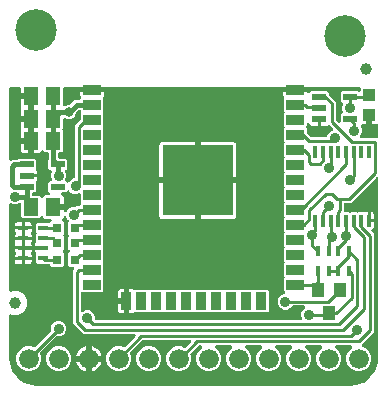
<source format=gbr>
G04 EAGLE Gerber RS-274X export*
G75*
%MOMM*%
%FSLAX34Y34*%
%LPD*%
%INTop Copper*%
%IPPOS*%
%AMOC8*
5,1,8,0,0,1.08239X$1,22.5*%
G01*
%ADD10R,1.240000X1.500000*%
%ADD11R,1.200000X0.550000*%
%ADD12C,3.516000*%
%ADD13C,1.000000*%
%ADD14R,0.800000X0.800000*%
%ADD15R,1.500000X0.900000*%
%ADD16R,0.900000X1.500000*%
%ADD17R,6.000000X6.000000*%
%ADD18C,1.676400*%
%ADD19R,0.304800X0.990600*%
%ADD20R,0.900000X0.450000*%
%ADD21R,1.000000X1.200000*%
%ADD22R,0.450000X0.900000*%
%ADD23R,1.000000X1.075000*%
%ADD24C,0.906400*%
%ADD25C,0.254000*%
%ADD26C,0.406400*%
%ADD27C,0.800100*%

G36*
X249566Y57667D02*
X249566Y57667D01*
X249615Y57665D01*
X249723Y57687D01*
X249832Y57701D01*
X249878Y57719D01*
X249927Y57729D01*
X250025Y57777D01*
X250127Y57818D01*
X250168Y57847D01*
X250212Y57869D01*
X250296Y57940D01*
X250385Y58004D01*
X250416Y58043D01*
X250454Y58075D01*
X250517Y58165D01*
X250588Y58249D01*
X250609Y58294D01*
X250637Y58335D01*
X250676Y58438D01*
X250723Y58537D01*
X250732Y58586D01*
X250750Y58632D01*
X250762Y58742D01*
X250783Y58849D01*
X250780Y58899D01*
X250785Y58948D01*
X250770Y59057D01*
X250763Y59167D01*
X250748Y59214D01*
X250741Y59263D01*
X250689Y59416D01*
X249975Y61138D01*
X249975Y63750D01*
X250975Y66163D01*
X252967Y68155D01*
X252977Y68162D01*
X252992Y68180D01*
X253000Y68188D01*
X253021Y68215D01*
X253034Y68231D01*
X253097Y68292D01*
X253135Y68352D01*
X253180Y68407D01*
X253218Y68487D01*
X253264Y68563D01*
X253285Y68631D01*
X253316Y68695D01*
X253332Y68782D01*
X253359Y68866D01*
X253362Y68938D01*
X253376Y69008D01*
X253370Y69096D01*
X253375Y69184D01*
X253360Y69254D01*
X253356Y69325D01*
X253329Y69409D01*
X253311Y69496D01*
X253280Y69560D01*
X253258Y69627D01*
X253211Y69702D01*
X253172Y69782D01*
X253126Y69836D01*
X253088Y69896D01*
X253023Y69957D01*
X252966Y70024D01*
X252908Y70065D01*
X252856Y70114D01*
X252779Y70157D01*
X252707Y70208D01*
X252640Y70233D01*
X252578Y70268D01*
X252534Y70279D01*
X252533Y70279D01*
X252528Y70280D01*
X252492Y70290D01*
X252409Y70321D01*
X252339Y70329D01*
X252270Y70347D01*
X252109Y70357D01*
X243054Y70357D01*
X243024Y70354D01*
X242994Y70356D01*
X242867Y70334D01*
X242738Y70317D01*
X242710Y70306D01*
X242681Y70301D01*
X242563Y70248D01*
X242443Y70200D01*
X242418Y70183D01*
X242391Y70170D01*
X242290Y70090D01*
X242185Y70014D01*
X242166Y69990D01*
X242143Y69972D01*
X242070Y69875D01*
X240114Y67919D01*
X237701Y66920D01*
X235090Y66920D01*
X232677Y67919D01*
X230830Y69766D01*
X229831Y72179D01*
X229831Y74790D01*
X230830Y77203D01*
X232677Y79050D01*
X235323Y80146D01*
X235324Y80146D01*
X235437Y80187D01*
X235454Y80199D01*
X235473Y80206D01*
X235585Y80288D01*
X235701Y80366D01*
X235714Y80381D01*
X235730Y80393D01*
X235819Y80500D01*
X235911Y80604D01*
X235920Y80622D01*
X235933Y80638D01*
X235992Y80764D01*
X236056Y80888D01*
X236060Y80907D01*
X236069Y80926D01*
X236095Y81062D01*
X236125Y81198D01*
X236125Y81218D01*
X236129Y81238D01*
X236120Y81376D01*
X236116Y81516D01*
X236110Y81535D01*
X236109Y81555D01*
X236066Y81687D01*
X236027Y81821D01*
X236017Y81839D01*
X236011Y81858D01*
X235936Y81975D01*
X235866Y82095D01*
X235847Y82116D01*
X235841Y82127D01*
X235826Y82141D01*
X235759Y82216D01*
X235217Y82758D01*
X235217Y93442D01*
X235328Y93552D01*
X235401Y93647D01*
X235480Y93736D01*
X235498Y93772D01*
X235523Y93804D01*
X235570Y93913D01*
X235624Y94019D01*
X235633Y94058D01*
X235649Y94096D01*
X235668Y94213D01*
X235694Y94329D01*
X235693Y94370D01*
X235699Y94410D01*
X235688Y94528D01*
X235684Y94647D01*
X235673Y94686D01*
X235669Y94726D01*
X235629Y94838D01*
X235596Y94953D01*
X235575Y94988D01*
X235562Y95026D01*
X235495Y95124D01*
X235434Y95227D01*
X235394Y95272D01*
X235383Y95289D01*
X235368Y95302D01*
X235328Y95347D01*
X235217Y95458D01*
X235217Y106142D01*
X235328Y106252D01*
X235401Y106347D01*
X235480Y106436D01*
X235498Y106472D01*
X235523Y106504D01*
X235570Y106613D01*
X235624Y106719D01*
X235633Y106758D01*
X235649Y106796D01*
X235668Y106913D01*
X235694Y107029D01*
X235693Y107070D01*
X235699Y107110D01*
X235688Y107228D01*
X235684Y107347D01*
X235673Y107386D01*
X235669Y107426D01*
X235629Y107538D01*
X235596Y107653D01*
X235575Y107688D01*
X235562Y107726D01*
X235495Y107824D01*
X235434Y107927D01*
X235394Y107972D01*
X235383Y107989D01*
X235368Y108002D01*
X235328Y108047D01*
X235217Y108158D01*
X235217Y118842D01*
X235328Y118952D01*
X235401Y119047D01*
X235480Y119136D01*
X235498Y119172D01*
X235523Y119204D01*
X235570Y119313D01*
X235624Y119419D01*
X235633Y119458D01*
X235649Y119496D01*
X235668Y119613D01*
X235694Y119729D01*
X235693Y119770D01*
X235699Y119810D01*
X235688Y119928D01*
X235684Y120047D01*
X235673Y120086D01*
X235669Y120126D01*
X235629Y120238D01*
X235596Y120353D01*
X235575Y120388D01*
X235562Y120426D01*
X235495Y120524D01*
X235434Y120627D01*
X235394Y120672D01*
X235383Y120689D01*
X235368Y120702D01*
X235328Y120747D01*
X235217Y120858D01*
X235217Y131542D01*
X235328Y131652D01*
X235401Y131747D01*
X235480Y131836D01*
X235498Y131872D01*
X235523Y131904D01*
X235570Y132013D01*
X235624Y132119D01*
X235633Y132158D01*
X235649Y132196D01*
X235668Y132313D01*
X235694Y132429D01*
X235693Y132470D01*
X235699Y132510D01*
X235688Y132628D01*
X235684Y132747D01*
X235673Y132786D01*
X235669Y132826D01*
X235629Y132938D01*
X235596Y133053D01*
X235575Y133088D01*
X235562Y133126D01*
X235495Y133224D01*
X235434Y133327D01*
X235394Y133372D01*
X235383Y133389D01*
X235368Y133402D01*
X235328Y133447D01*
X235217Y133558D01*
X235217Y144242D01*
X235328Y144352D01*
X235401Y144447D01*
X235480Y144536D01*
X235498Y144572D01*
X235523Y144604D01*
X235570Y144713D01*
X235624Y144819D01*
X235633Y144858D01*
X235649Y144896D01*
X235668Y145013D01*
X235694Y145129D01*
X235693Y145170D01*
X235699Y145210D01*
X235688Y145328D01*
X235684Y145447D01*
X235673Y145486D01*
X235669Y145526D01*
X235629Y145638D01*
X235596Y145753D01*
X235575Y145788D01*
X235562Y145826D01*
X235495Y145924D01*
X235434Y146027D01*
X235394Y146072D01*
X235383Y146089D01*
X235368Y146102D01*
X235328Y146147D01*
X235217Y146258D01*
X235217Y156942D01*
X235328Y157052D01*
X235401Y157147D01*
X235480Y157236D01*
X235498Y157272D01*
X235523Y157304D01*
X235570Y157413D01*
X235624Y157519D01*
X235633Y157558D01*
X235649Y157596D01*
X235668Y157713D01*
X235694Y157829D01*
X235693Y157870D01*
X235699Y157910D01*
X235688Y158028D01*
X235684Y158147D01*
X235673Y158186D01*
X235669Y158226D01*
X235629Y158338D01*
X235596Y158453D01*
X235575Y158488D01*
X235562Y158526D01*
X235495Y158624D01*
X235434Y158727D01*
X235394Y158772D01*
X235383Y158789D01*
X235368Y158802D01*
X235328Y158847D01*
X235217Y158958D01*
X235217Y169642D01*
X235328Y169752D01*
X235401Y169847D01*
X235480Y169936D01*
X235498Y169972D01*
X235523Y170004D01*
X235570Y170113D01*
X235624Y170219D01*
X235633Y170258D01*
X235649Y170296D01*
X235668Y170413D01*
X235694Y170529D01*
X235693Y170570D01*
X235699Y170610D01*
X235688Y170728D01*
X235684Y170847D01*
X235673Y170886D01*
X235669Y170926D01*
X235629Y171038D01*
X235596Y171153D01*
X235575Y171188D01*
X235562Y171226D01*
X235495Y171324D01*
X235434Y171427D01*
X235394Y171472D01*
X235383Y171489D01*
X235368Y171502D01*
X235328Y171547D01*
X235217Y171658D01*
X235217Y182342D01*
X235328Y182452D01*
X235401Y182547D01*
X235480Y182636D01*
X235498Y182672D01*
X235523Y182704D01*
X235570Y182813D01*
X235624Y182919D01*
X235633Y182958D01*
X235649Y182996D01*
X235668Y183113D01*
X235694Y183229D01*
X235693Y183270D01*
X235699Y183310D01*
X235688Y183428D01*
X235684Y183547D01*
X235673Y183586D01*
X235669Y183626D01*
X235629Y183738D01*
X235596Y183853D01*
X235575Y183888D01*
X235562Y183926D01*
X235495Y184024D01*
X235434Y184127D01*
X235394Y184172D01*
X235383Y184189D01*
X235368Y184202D01*
X235328Y184247D01*
X235217Y184358D01*
X235217Y195042D01*
X235328Y195152D01*
X235401Y195247D01*
X235480Y195336D01*
X235498Y195372D01*
X235523Y195404D01*
X235570Y195513D01*
X235624Y195619D01*
X235633Y195658D01*
X235649Y195696D01*
X235668Y195813D01*
X235694Y195929D01*
X235693Y195970D01*
X235699Y196010D01*
X235688Y196128D01*
X235684Y196247D01*
X235673Y196286D01*
X235669Y196326D01*
X235629Y196438D01*
X235596Y196553D01*
X235575Y196588D01*
X235562Y196626D01*
X235495Y196724D01*
X235434Y196827D01*
X235394Y196872D01*
X235383Y196889D01*
X235368Y196902D01*
X235328Y196947D01*
X235217Y197058D01*
X235217Y207742D01*
X235328Y207852D01*
X235401Y207947D01*
X235480Y208036D01*
X235498Y208072D01*
X235523Y208104D01*
X235570Y208213D01*
X235624Y208319D01*
X235633Y208358D01*
X235649Y208396D01*
X235668Y208513D01*
X235694Y208629D01*
X235693Y208670D01*
X235699Y208710D01*
X235688Y208828D01*
X235684Y208947D01*
X235673Y208986D01*
X235669Y209026D01*
X235629Y209138D01*
X235596Y209253D01*
X235575Y209288D01*
X235562Y209326D01*
X235495Y209424D01*
X235434Y209527D01*
X235394Y209572D01*
X235383Y209589D01*
X235368Y209602D01*
X235328Y209647D01*
X235217Y209758D01*
X235217Y220442D01*
X235328Y220552D01*
X235401Y220647D01*
X235480Y220736D01*
X235498Y220772D01*
X235523Y220804D01*
X235570Y220913D01*
X235624Y221019D01*
X235633Y221058D01*
X235649Y221096D01*
X235668Y221213D01*
X235694Y221329D01*
X235693Y221370D01*
X235699Y221410D01*
X235688Y221528D01*
X235684Y221647D01*
X235673Y221686D01*
X235669Y221726D01*
X235629Y221838D01*
X235596Y221953D01*
X235575Y221988D01*
X235562Y222026D01*
X235495Y222124D01*
X235434Y222227D01*
X235394Y222272D01*
X235383Y222289D01*
X235368Y222302D01*
X235328Y222347D01*
X235217Y222458D01*
X235217Y233142D01*
X235328Y233252D01*
X235401Y233347D01*
X235480Y233436D01*
X235498Y233472D01*
X235523Y233504D01*
X235570Y233613D01*
X235624Y233719D01*
X235633Y233758D01*
X235649Y233796D01*
X235668Y233913D01*
X235694Y234029D01*
X235693Y234070D01*
X235699Y234110D01*
X235688Y234228D01*
X235684Y234347D01*
X235673Y234386D01*
X235669Y234426D01*
X235629Y234538D01*
X235596Y234653D01*
X235575Y234688D01*
X235562Y234726D01*
X235495Y234824D01*
X235434Y234927D01*
X235394Y234972D01*
X235383Y234989D01*
X235368Y235002D01*
X235328Y235047D01*
X235217Y235158D01*
X235217Y245923D01*
X235243Y245983D01*
X235295Y246082D01*
X235306Y246128D01*
X235325Y246171D01*
X235342Y246282D01*
X235368Y246392D01*
X235367Y246439D01*
X235375Y246485D01*
X235364Y246597D01*
X235362Y246710D01*
X235349Y246755D01*
X235345Y246802D01*
X235307Y246908D01*
X235277Y247016D01*
X235245Y247081D01*
X235237Y247101D01*
X235227Y247116D01*
X235205Y247160D01*
X234882Y247719D01*
X234709Y248366D01*
X234709Y250951D01*
X243770Y250951D01*
X243888Y250966D01*
X244007Y250973D01*
X244045Y250985D01*
X244085Y250991D01*
X244196Y251034D01*
X244309Y251071D01*
X244343Y251093D01*
X244381Y251108D01*
X244477Y251177D01*
X244578Y251241D01*
X244606Y251271D01*
X244638Y251294D01*
X244714Y251386D01*
X244746Y251420D01*
X244751Y251412D01*
X244781Y251384D01*
X244805Y251351D01*
X244896Y251275D01*
X244983Y251194D01*
X245018Y251174D01*
X245050Y251149D01*
X245157Y251098D01*
X245262Y251040D01*
X245301Y251030D01*
X245337Y251013D01*
X245454Y250991D01*
X245570Y250961D01*
X245630Y250957D01*
X245650Y250953D01*
X245670Y250955D01*
X245730Y250951D01*
X254860Y250951D01*
X254882Y250895D01*
X254929Y250764D01*
X254940Y250747D01*
X254948Y250728D01*
X255029Y250616D01*
X255107Y250501D01*
X255123Y250488D01*
X255134Y250471D01*
X255242Y250382D01*
X255346Y250290D01*
X255364Y250281D01*
X255379Y250268D01*
X255505Y250209D01*
X255629Y250146D01*
X255649Y250141D01*
X255667Y250133D01*
X255804Y250107D01*
X255939Y250076D01*
X255960Y250077D01*
X255979Y250073D01*
X256118Y250082D01*
X256257Y250086D01*
X256277Y250091D01*
X256297Y250093D01*
X256429Y250136D01*
X256563Y250174D01*
X256580Y250185D01*
X256599Y250191D01*
X256717Y250265D01*
X256837Y250336D01*
X256858Y250354D01*
X256868Y250361D01*
X256882Y250376D01*
X256957Y250442D01*
X258288Y251773D01*
X271972Y251773D01*
X273163Y250582D01*
X273163Y249234D01*
X273175Y249136D01*
X273178Y249037D01*
X273195Y248978D01*
X273203Y248918D01*
X273239Y248826D01*
X273267Y248731D01*
X273297Y248679D01*
X273320Y248623D01*
X273378Y248542D01*
X273428Y248457D01*
X273494Y248382D01*
X273506Y248365D01*
X273516Y248357D01*
X273534Y248336D01*
X276586Y245284D01*
X278893Y242978D01*
X278893Y227954D01*
X278905Y227856D01*
X278908Y227757D01*
X278925Y227698D01*
X278933Y227638D01*
X278969Y227546D01*
X278997Y227451D01*
X279027Y227399D01*
X279050Y227343D01*
X279108Y227263D01*
X279158Y227177D01*
X279224Y227102D01*
X279236Y227085D01*
X279246Y227077D01*
X279264Y227056D01*
X280931Y225390D01*
X281040Y225305D01*
X281147Y225216D01*
X281166Y225208D01*
X281182Y225195D01*
X281310Y225140D01*
X281435Y225081D01*
X281455Y225077D01*
X281474Y225069D01*
X281612Y225047D01*
X281748Y225021D01*
X281768Y225022D01*
X281788Y225019D01*
X281927Y225032D01*
X282065Y225041D01*
X282084Y225047D01*
X282104Y225049D01*
X282236Y225096D01*
X282367Y225139D01*
X282385Y225150D01*
X282404Y225157D01*
X282519Y225235D01*
X282636Y225309D01*
X282650Y225324D01*
X282667Y225335D01*
X282759Y225439D01*
X282854Y225541D01*
X282864Y225558D01*
X282877Y225574D01*
X282941Y225698D01*
X283008Y225819D01*
X283013Y225839D01*
X283022Y225857D01*
X283052Y225993D01*
X283087Y226127D01*
X283089Y226155D01*
X283092Y226167D01*
X283091Y226188D01*
X283097Y226288D01*
X283097Y231582D01*
X284590Y233075D01*
X284647Y233116D01*
X284679Y233155D01*
X284717Y233187D01*
X284780Y233277D01*
X284850Y233361D01*
X284871Y233406D01*
X284900Y233447D01*
X284939Y233550D01*
X284986Y233649D01*
X284995Y233698D01*
X285013Y233744D01*
X285025Y233854D01*
X285045Y233961D01*
X285042Y234011D01*
X285048Y234060D01*
X285033Y234169D01*
X285026Y234279D01*
X285010Y234326D01*
X285003Y234375D01*
X284951Y234528D01*
X284265Y236184D01*
X284265Y238796D01*
X284951Y240452D01*
X284965Y240500D01*
X284986Y240545D01*
X285006Y240653D01*
X285035Y240759D01*
X285036Y240809D01*
X285045Y240858D01*
X285039Y240967D01*
X285040Y241077D01*
X285029Y241125D01*
X285026Y241175D01*
X284992Y241279D01*
X284966Y241386D01*
X284943Y241430D01*
X284928Y241477D01*
X284869Y241570D01*
X284818Y241667D01*
X284784Y241704D01*
X284758Y241746D01*
X284677Y241821D01*
X284604Y241903D01*
X284571Y241924D01*
X283097Y243398D01*
X283097Y250582D01*
X284288Y251773D01*
X297972Y251773D01*
X298140Y251604D01*
X298250Y251519D01*
X298357Y251430D01*
X298376Y251422D01*
X298392Y251409D01*
X298520Y251354D01*
X298645Y251295D01*
X298665Y251291D01*
X298684Y251283D01*
X298822Y251261D01*
X298958Y251235D01*
X298978Y251236D01*
X298998Y251233D01*
X299137Y251246D01*
X299275Y251255D01*
X299294Y251261D01*
X299314Y251263D01*
X299445Y251310D01*
X299577Y251353D01*
X299595Y251364D01*
X299614Y251370D01*
X299728Y251448D01*
X299846Y251523D01*
X299860Y251538D01*
X299877Y251549D01*
X299969Y251653D01*
X300064Y251755D01*
X300074Y251772D01*
X300087Y251787D01*
X300150Y251911D01*
X300218Y252033D01*
X300223Y252053D01*
X300232Y252071D01*
X300262Y252207D01*
X300297Y252341D01*
X300299Y252369D01*
X300302Y252381D01*
X300301Y252401D01*
X300307Y252502D01*
X300307Y254000D01*
X300292Y254118D01*
X300285Y254237D01*
X300272Y254275D01*
X300267Y254316D01*
X300224Y254426D01*
X300187Y254539D01*
X300165Y254574D01*
X300150Y254611D01*
X300081Y254707D01*
X300017Y254808D01*
X299987Y254836D01*
X299964Y254869D01*
X299872Y254945D01*
X299785Y255026D01*
X299750Y255046D01*
X299719Y255071D01*
X299611Y255122D01*
X299507Y255180D01*
X299467Y255190D01*
X299431Y255207D01*
X299314Y255229D01*
X299199Y255259D01*
X299139Y255263D01*
X299119Y255267D01*
X299098Y255265D01*
X299038Y255269D01*
X245730Y255269D01*
X245612Y255254D01*
X245493Y255247D01*
X245455Y255234D01*
X245415Y255229D01*
X245304Y255186D01*
X245191Y255149D01*
X245157Y255127D01*
X245119Y255112D01*
X245023Y255043D01*
X244922Y254979D01*
X244894Y254949D01*
X244862Y254926D01*
X244786Y254834D01*
X244754Y254800D01*
X244749Y254808D01*
X244719Y254836D01*
X244695Y254869D01*
X244604Y254945D01*
X244517Y255026D01*
X244482Y255046D01*
X244450Y255071D01*
X244343Y255122D01*
X244238Y255180D01*
X244199Y255190D01*
X244163Y255207D01*
X244046Y255229D01*
X243930Y255259D01*
X243870Y255263D01*
X243850Y255267D01*
X243830Y255265D01*
X243770Y255269D01*
X73730Y255269D01*
X73612Y255254D01*
X73493Y255247D01*
X73455Y255234D01*
X73415Y255229D01*
X73304Y255186D01*
X73191Y255149D01*
X73157Y255127D01*
X73119Y255112D01*
X73023Y255042D01*
X72922Y254979D01*
X72894Y254949D01*
X72862Y254926D01*
X72786Y254834D01*
X72754Y254800D01*
X72749Y254808D01*
X72719Y254836D01*
X72695Y254869D01*
X72604Y254944D01*
X72517Y255026D01*
X72482Y255046D01*
X72450Y255071D01*
X72343Y255122D01*
X72238Y255180D01*
X72199Y255190D01*
X72163Y255207D01*
X72046Y255229D01*
X71930Y255259D01*
X71870Y255263D01*
X71850Y255267D01*
X71830Y255265D01*
X71770Y255269D01*
X49482Y255269D01*
X49364Y255254D01*
X49245Y255247D01*
X49207Y255234D01*
X49166Y255229D01*
X49056Y255186D01*
X48943Y255149D01*
X48908Y255127D01*
X48871Y255112D01*
X48775Y255042D01*
X48674Y254979D01*
X48646Y254949D01*
X48613Y254926D01*
X48537Y254834D01*
X48456Y254747D01*
X48436Y254712D01*
X48411Y254681D01*
X48360Y254573D01*
X48302Y254469D01*
X48292Y254429D01*
X48275Y254393D01*
X48253Y254276D01*
X48223Y254161D01*
X48219Y254100D01*
X48215Y254080D01*
X48217Y254060D01*
X48213Y254000D01*
X48213Y240456D01*
X48219Y240407D01*
X48217Y240357D01*
X48239Y240250D01*
X48253Y240141D01*
X48271Y240094D01*
X48281Y240046D01*
X48329Y239947D01*
X48370Y239845D01*
X48399Y239805D01*
X48421Y239760D01*
X48492Y239677D01*
X48556Y239588D01*
X48595Y239556D01*
X48627Y239518D01*
X48717Y239455D01*
X48801Y239385D01*
X48846Y239364D01*
X48887Y239335D01*
X48990Y239296D01*
X49089Y239249D01*
X49138Y239240D01*
X49184Y239222D01*
X49294Y239210D01*
X49401Y239189D01*
X49451Y239192D01*
X49500Y239187D01*
X49609Y239202D01*
X49719Y239209D01*
X49766Y239224D01*
X49815Y239231D01*
X49968Y239283D01*
X52140Y240183D01*
X53459Y240183D01*
X53557Y240196D01*
X53656Y240199D01*
X53715Y240215D01*
X53775Y240223D01*
X53867Y240260D01*
X53962Y240287D01*
X54014Y240318D01*
X54070Y240340D01*
X54151Y240398D01*
X54236Y240449D01*
X54311Y240515D01*
X54328Y240527D01*
X54335Y240536D01*
X54357Y240555D01*
X58366Y244565D01*
X61948Y244565D01*
X62066Y244580D01*
X62185Y244587D01*
X62223Y244600D01*
X62264Y244605D01*
X62374Y244648D01*
X62487Y244685D01*
X62522Y244707D01*
X62559Y244722D01*
X62655Y244791D01*
X62756Y244855D01*
X62784Y244885D01*
X62817Y244908D01*
X62893Y245000D01*
X62974Y245087D01*
X62994Y245122D01*
X63019Y245153D01*
X63070Y245261D01*
X63128Y245365D01*
X63138Y245405D01*
X63155Y245441D01*
X63177Y245558D01*
X63207Y245673D01*
X63211Y245733D01*
X63215Y245753D01*
X63213Y245774D01*
X63217Y245834D01*
X63217Y245923D01*
X63243Y245983D01*
X63295Y246082D01*
X63306Y246128D01*
X63325Y246171D01*
X63342Y246282D01*
X63368Y246392D01*
X63367Y246439D01*
X63375Y246485D01*
X63364Y246597D01*
X63362Y246710D01*
X63349Y246755D01*
X63345Y246802D01*
X63307Y246908D01*
X63277Y247016D01*
X63245Y247081D01*
X63237Y247101D01*
X63227Y247116D01*
X63205Y247160D01*
X62882Y247719D01*
X62709Y248366D01*
X62709Y250951D01*
X71770Y250951D01*
X71888Y250966D01*
X72007Y250973D01*
X72045Y250985D01*
X72085Y250991D01*
X72196Y251034D01*
X72309Y251071D01*
X72343Y251093D01*
X72381Y251108D01*
X72477Y251177D01*
X72578Y251241D01*
X72606Y251271D01*
X72638Y251294D01*
X72714Y251386D01*
X72746Y251420D01*
X72751Y251412D01*
X72781Y251384D01*
X72805Y251351D01*
X72896Y251275D01*
X72983Y251194D01*
X73018Y251174D01*
X73050Y251149D01*
X73157Y251098D01*
X73262Y251040D01*
X73301Y251030D01*
X73337Y251013D01*
X73454Y250991D01*
X73570Y250961D01*
X73630Y250957D01*
X73650Y250953D01*
X73670Y250955D01*
X73730Y250951D01*
X82791Y250951D01*
X82791Y248366D01*
X82618Y247719D01*
X82295Y247160D01*
X82251Y247057D01*
X82200Y246957D01*
X82190Y246910D01*
X82172Y246867D01*
X82155Y246756D01*
X82131Y246646D01*
X82132Y246599D01*
X82125Y246553D01*
X82137Y246441D01*
X82140Y246328D01*
X82153Y246283D01*
X82158Y246236D01*
X82197Y246131D01*
X82229Y246023D01*
X82253Y245982D01*
X82269Y245938D01*
X82283Y245918D01*
X82283Y235158D01*
X82172Y235048D01*
X82099Y234953D01*
X82020Y234864D01*
X82002Y234828D01*
X81977Y234796D01*
X81930Y234687D01*
X81876Y234581D01*
X81867Y234542D01*
X81851Y234504D01*
X81832Y234387D01*
X81806Y234271D01*
X81807Y234230D01*
X81801Y234190D01*
X81812Y234072D01*
X81816Y233953D01*
X81827Y233914D01*
X81831Y233874D01*
X81871Y233762D01*
X81904Y233647D01*
X81925Y233612D01*
X81938Y233574D01*
X82005Y233476D01*
X82066Y233373D01*
X82106Y233328D01*
X82117Y233311D01*
X82132Y233298D01*
X82172Y233253D01*
X82283Y233142D01*
X82283Y222458D01*
X82172Y222348D01*
X82099Y222253D01*
X82020Y222164D01*
X82002Y222128D01*
X81977Y222096D01*
X81930Y221987D01*
X81876Y221881D01*
X81867Y221842D01*
X81851Y221804D01*
X81832Y221687D01*
X81806Y221571D01*
X81807Y221530D01*
X81801Y221490D01*
X81812Y221372D01*
X81816Y221253D01*
X81827Y221214D01*
X81831Y221174D01*
X81871Y221062D01*
X81904Y220947D01*
X81925Y220912D01*
X81938Y220874D01*
X82005Y220776D01*
X82066Y220673D01*
X82106Y220628D01*
X82117Y220611D01*
X82132Y220598D01*
X82172Y220553D01*
X82283Y220442D01*
X82283Y209758D01*
X82172Y209648D01*
X82099Y209553D01*
X82020Y209464D01*
X82002Y209428D01*
X81977Y209396D01*
X81930Y209287D01*
X81876Y209181D01*
X81867Y209142D01*
X81851Y209104D01*
X81832Y208987D01*
X81806Y208871D01*
X81807Y208830D01*
X81801Y208790D01*
X81812Y208672D01*
X81816Y208553D01*
X81827Y208514D01*
X81831Y208474D01*
X81871Y208362D01*
X81904Y208247D01*
X81925Y208212D01*
X81938Y208174D01*
X82005Y208076D01*
X82066Y207973D01*
X82106Y207928D01*
X82117Y207911D01*
X82132Y207898D01*
X82172Y207853D01*
X82283Y207742D01*
X82283Y197058D01*
X82172Y196948D01*
X82099Y196853D01*
X82020Y196764D01*
X82002Y196728D01*
X81977Y196696D01*
X81930Y196587D01*
X81876Y196481D01*
X81867Y196442D01*
X81851Y196404D01*
X81832Y196286D01*
X81806Y196171D01*
X81807Y196130D01*
X81801Y196090D01*
X81812Y195972D01*
X81816Y195853D01*
X81827Y195814D01*
X81831Y195774D01*
X81871Y195662D01*
X81904Y195547D01*
X81925Y195512D01*
X81938Y195474D01*
X82005Y195376D01*
X82066Y195273D01*
X82106Y195228D01*
X82117Y195211D01*
X82132Y195198D01*
X82172Y195153D01*
X82283Y195042D01*
X82283Y184358D01*
X82172Y184248D01*
X82099Y184153D01*
X82020Y184064D01*
X82002Y184028D01*
X81977Y183996D01*
X81930Y183887D01*
X81876Y183781D01*
X81867Y183742D01*
X81851Y183704D01*
X81832Y183587D01*
X81806Y183471D01*
X81807Y183430D01*
X81801Y183390D01*
X81812Y183272D01*
X81816Y183153D01*
X81827Y183114D01*
X81831Y183074D01*
X81871Y182962D01*
X81904Y182847D01*
X81925Y182812D01*
X81938Y182774D01*
X82005Y182676D01*
X82066Y182573D01*
X82106Y182528D01*
X82117Y182511D01*
X82132Y182498D01*
X82172Y182453D01*
X82283Y182342D01*
X82283Y171658D01*
X82172Y171548D01*
X82099Y171453D01*
X82020Y171364D01*
X82002Y171328D01*
X81977Y171296D01*
X81930Y171187D01*
X81876Y171081D01*
X81867Y171042D01*
X81851Y171004D01*
X81832Y170887D01*
X81806Y170771D01*
X81807Y170730D01*
X81801Y170690D01*
X81812Y170572D01*
X81816Y170453D01*
X81827Y170414D01*
X81831Y170374D01*
X81871Y170262D01*
X81904Y170147D01*
X81925Y170112D01*
X81938Y170074D01*
X82005Y169976D01*
X82066Y169873D01*
X82106Y169828D01*
X82117Y169811D01*
X82132Y169798D01*
X82172Y169753D01*
X82283Y169642D01*
X82283Y158958D01*
X82172Y158848D01*
X82099Y158753D01*
X82020Y158664D01*
X82002Y158628D01*
X81977Y158596D01*
X81930Y158487D01*
X81876Y158381D01*
X81867Y158342D01*
X81851Y158304D01*
X81832Y158187D01*
X81806Y158071D01*
X81807Y158030D01*
X81801Y157990D01*
X81812Y157872D01*
X81816Y157753D01*
X81827Y157714D01*
X81831Y157674D01*
X81871Y157562D01*
X81904Y157447D01*
X81925Y157412D01*
X81938Y157374D01*
X82005Y157276D01*
X82066Y157173D01*
X82106Y157128D01*
X82117Y157111D01*
X82132Y157098D01*
X82172Y157053D01*
X82283Y156942D01*
X82283Y146258D01*
X82172Y146148D01*
X82099Y146053D01*
X82020Y145964D01*
X82002Y145928D01*
X81977Y145896D01*
X81930Y145787D01*
X81876Y145681D01*
X81867Y145642D01*
X81851Y145604D01*
X81832Y145487D01*
X81806Y145371D01*
X81807Y145330D01*
X81801Y145290D01*
X81812Y145172D01*
X81816Y145053D01*
X81827Y145014D01*
X81831Y144974D01*
X81871Y144862D01*
X81904Y144747D01*
X81925Y144712D01*
X81938Y144674D01*
X82005Y144576D01*
X82066Y144473D01*
X82106Y144428D01*
X82117Y144411D01*
X82132Y144398D01*
X82172Y144353D01*
X82283Y144242D01*
X82283Y133558D01*
X82172Y133448D01*
X82099Y133353D01*
X82020Y133264D01*
X82002Y133228D01*
X81977Y133196D01*
X81930Y133087D01*
X81876Y132981D01*
X81867Y132942D01*
X81851Y132904D01*
X81832Y132787D01*
X81806Y132671D01*
X81807Y132630D01*
X81801Y132590D01*
X81812Y132472D01*
X81816Y132353D01*
X81827Y132314D01*
X81831Y132274D01*
X81871Y132162D01*
X81904Y132047D01*
X81925Y132012D01*
X81938Y131974D01*
X82005Y131876D01*
X82066Y131773D01*
X82106Y131728D01*
X82117Y131711D01*
X82132Y131698D01*
X82172Y131653D01*
X82283Y131542D01*
X82283Y120858D01*
X82172Y120748D01*
X82099Y120653D01*
X82020Y120564D01*
X82002Y120528D01*
X81977Y120496D01*
X81930Y120387D01*
X81876Y120281D01*
X81867Y120242D01*
X81851Y120204D01*
X81832Y120087D01*
X81806Y119971D01*
X81807Y119930D01*
X81801Y119890D01*
X81812Y119772D01*
X81816Y119653D01*
X81827Y119614D01*
X81831Y119574D01*
X81871Y119462D01*
X81904Y119347D01*
X81925Y119312D01*
X81938Y119274D01*
X82005Y119176D01*
X82066Y119073D01*
X82106Y119028D01*
X82117Y119011D01*
X82132Y118998D01*
X82172Y118953D01*
X82283Y118842D01*
X82283Y108158D01*
X82172Y108048D01*
X82099Y107953D01*
X82020Y107864D01*
X82002Y107828D01*
X81977Y107796D01*
X81930Y107687D01*
X81876Y107581D01*
X81867Y107542D01*
X81851Y107504D01*
X81832Y107387D01*
X81806Y107271D01*
X81807Y107230D01*
X81801Y107190D01*
X81812Y107072D01*
X81816Y106953D01*
X81827Y106914D01*
X81831Y106874D01*
X81871Y106762D01*
X81904Y106647D01*
X81925Y106612D01*
X81938Y106574D01*
X82005Y106476D01*
X82066Y106373D01*
X82106Y106328D01*
X82117Y106311D01*
X82132Y106298D01*
X82172Y106253D01*
X82283Y106142D01*
X82283Y95458D01*
X82172Y95348D01*
X82099Y95253D01*
X82020Y95164D01*
X82002Y95128D01*
X81977Y95096D01*
X81930Y94987D01*
X81876Y94881D01*
X81867Y94842D01*
X81851Y94804D01*
X81832Y94687D01*
X81806Y94571D01*
X81807Y94530D01*
X81801Y94490D01*
X81812Y94372D01*
X81816Y94253D01*
X81827Y94214D01*
X81831Y94174D01*
X81871Y94062D01*
X81904Y93947D01*
X81925Y93912D01*
X81938Y93874D01*
X82005Y93776D01*
X82066Y93673D01*
X82106Y93628D01*
X82117Y93611D01*
X82132Y93598D01*
X82172Y93553D01*
X82283Y93442D01*
X82283Y82758D01*
X81092Y81567D01*
X64262Y81567D01*
X64144Y81552D01*
X64025Y81545D01*
X63987Y81532D01*
X63946Y81527D01*
X63836Y81484D01*
X63723Y81447D01*
X63688Y81425D01*
X63651Y81410D01*
X63555Y81341D01*
X63454Y81277D01*
X63426Y81247D01*
X63393Y81224D01*
X63317Y81132D01*
X63236Y81045D01*
X63216Y81010D01*
X63191Y80979D01*
X63140Y80871D01*
X63082Y80767D01*
X63072Y80727D01*
X63055Y80691D01*
X63033Y80574D01*
X63003Y80459D01*
X62999Y80399D01*
X62995Y80379D01*
X62997Y80358D01*
X62993Y80298D01*
X62993Y66381D01*
X62999Y66331D01*
X62997Y66282D01*
X63019Y66174D01*
X63033Y66065D01*
X63051Y66019D01*
X63061Y65970D01*
X63109Y65872D01*
X63150Y65770D01*
X63179Y65729D01*
X63201Y65685D01*
X63272Y65601D01*
X63336Y65512D01*
X63375Y65481D01*
X63407Y65443D01*
X63497Y65380D01*
X63581Y65309D01*
X63626Y65288D01*
X63667Y65260D01*
X63770Y65221D01*
X63869Y65174D01*
X63918Y65165D01*
X63964Y65147D01*
X64074Y65135D01*
X64181Y65114D01*
X64231Y65117D01*
X64280Y65112D01*
X64389Y65127D01*
X64499Y65134D01*
X64546Y65149D01*
X64595Y65156D01*
X64748Y65208D01*
X67274Y66255D01*
X69886Y66255D01*
X72299Y65255D01*
X74145Y63409D01*
X75145Y60996D01*
X75145Y59182D01*
X75160Y59064D01*
X75167Y58945D01*
X75180Y58907D01*
X75185Y58866D01*
X75228Y58756D01*
X75265Y58643D01*
X75287Y58608D01*
X75302Y58571D01*
X75371Y58475D01*
X75435Y58374D01*
X75465Y58346D01*
X75488Y58313D01*
X75580Y58237D01*
X75667Y58156D01*
X75702Y58136D01*
X75733Y58111D01*
X75841Y58060D01*
X75945Y58002D01*
X75985Y57992D01*
X76021Y57975D01*
X76138Y57953D01*
X76253Y57923D01*
X76313Y57919D01*
X76333Y57915D01*
X76354Y57917D01*
X76414Y57913D01*
X243959Y57913D01*
X243969Y57904D01*
X244022Y57875D01*
X244070Y57838D01*
X244161Y57798D01*
X244247Y57750D01*
X244306Y57735D01*
X244361Y57711D01*
X244459Y57696D01*
X244555Y57671D01*
X244655Y57665D01*
X244676Y57661D01*
X244688Y57663D01*
X244716Y57661D01*
X249516Y57661D01*
X249566Y57667D01*
G37*
G36*
X292122Y2543D02*
X292122Y2543D01*
X292200Y2545D01*
X295577Y2810D01*
X295645Y2824D01*
X295714Y2829D01*
X295870Y2869D01*
X302294Y4956D01*
X302401Y5006D01*
X302512Y5050D01*
X302563Y5083D01*
X302582Y5091D01*
X302597Y5104D01*
X302648Y5136D01*
X308112Y9107D01*
X308199Y9188D01*
X308246Y9227D01*
X308252Y9231D01*
X308253Y9232D01*
X308291Y9264D01*
X308329Y9310D01*
X308344Y9324D01*
X308355Y9342D01*
X308393Y9388D01*
X312364Y14852D01*
X312421Y14956D01*
X312485Y15056D01*
X312507Y15113D01*
X312517Y15131D01*
X312522Y15151D01*
X312544Y15206D01*
X314631Y21630D01*
X314644Y21698D01*
X314667Y21764D01*
X314690Y21923D01*
X314955Y25300D01*
X314955Y25304D01*
X314956Y25307D01*
X314955Y25326D01*
X314959Y25400D01*
X314959Y177684D01*
X314942Y177822D01*
X314929Y177961D01*
X314922Y177980D01*
X314919Y178000D01*
X314868Y178129D01*
X314821Y178260D01*
X314810Y178277D01*
X314802Y178295D01*
X314721Y178408D01*
X314643Y178523D01*
X314627Y178536D01*
X314616Y178553D01*
X314508Y178641D01*
X314404Y178734D01*
X314386Y178743D01*
X314371Y178756D01*
X314245Y178815D01*
X314121Y178878D01*
X314101Y178883D01*
X314083Y178891D01*
X313947Y178917D01*
X313811Y178948D01*
X313790Y178947D01*
X313771Y178951D01*
X313632Y178942D01*
X313493Y178938D01*
X313473Y178932D01*
X313453Y178931D01*
X313321Y178888D01*
X313187Y178850D01*
X313170Y178839D01*
X313151Y178833D01*
X313033Y178759D01*
X312913Y178688D01*
X312892Y178670D01*
X312882Y178663D01*
X312868Y178648D01*
X312793Y178582D01*
X291638Y157427D01*
X287072Y157427D01*
X286954Y157412D01*
X286835Y157405D01*
X286797Y157392D01*
X286756Y157387D01*
X286646Y157344D01*
X286533Y157307D01*
X286498Y157285D01*
X286461Y157270D01*
X286365Y157201D01*
X286264Y157137D01*
X286236Y157107D01*
X286203Y157084D01*
X286127Y156992D01*
X286046Y156905D01*
X286026Y156870D01*
X286001Y156839D01*
X285950Y156731D01*
X285892Y156627D01*
X285882Y156587D01*
X285865Y156551D01*
X285843Y156434D01*
X285813Y156319D01*
X285809Y156259D01*
X285805Y156239D01*
X285807Y156218D01*
X285806Y156202D01*
X285805Y156200D01*
X285805Y156199D01*
X285803Y156158D01*
X285803Y150527D01*
X285818Y150409D01*
X285825Y150290D01*
X285838Y150252D01*
X285843Y150211D01*
X285886Y150101D01*
X285923Y149988D01*
X285945Y149953D01*
X285960Y149916D01*
X286029Y149820D01*
X286093Y149719D01*
X286123Y149691D01*
X286146Y149658D01*
X286238Y149582D01*
X286325Y149501D01*
X286360Y149481D01*
X286391Y149456D01*
X286499Y149405D01*
X286603Y149347D01*
X286643Y149337D01*
X286679Y149320D01*
X286796Y149298D01*
X286911Y149268D01*
X286971Y149264D01*
X286991Y149260D01*
X287012Y149262D01*
X287072Y149258D01*
X290100Y149258D01*
X290177Y149198D01*
X290266Y149119D01*
X290302Y149101D01*
X290334Y149076D01*
X290443Y149029D01*
X290549Y148975D01*
X290589Y148966D01*
X290626Y148950D01*
X290743Y148931D01*
X290859Y148905D01*
X290900Y148906D01*
X290940Y148900D01*
X291058Y148911D01*
X291177Y148915D01*
X291216Y148926D01*
X291256Y148930D01*
X291369Y148970D01*
X291483Y149003D01*
X291517Y149024D01*
X291556Y149037D01*
X291654Y149104D01*
X291757Y149165D01*
X291802Y149205D01*
X291819Y149216D01*
X291832Y149231D01*
X291862Y149258D01*
X296600Y149258D01*
X296677Y149198D01*
X296766Y149119D01*
X296802Y149101D01*
X296834Y149076D01*
X296943Y149029D01*
X297049Y148975D01*
X297089Y148966D01*
X297126Y148950D01*
X297243Y148931D01*
X297359Y148905D01*
X297400Y148906D01*
X297440Y148900D01*
X297558Y148911D01*
X297677Y148915D01*
X297716Y148926D01*
X297756Y148930D01*
X297869Y148970D01*
X297983Y149003D01*
X298017Y149024D01*
X298056Y149037D01*
X298154Y149104D01*
X298257Y149165D01*
X298302Y149205D01*
X298319Y149216D01*
X298332Y149231D01*
X298362Y149258D01*
X303296Y149258D01*
X303334Y149241D01*
X303445Y149223D01*
X303555Y149198D01*
X303602Y149199D01*
X303648Y149191D01*
X303760Y149202D01*
X303873Y149204D01*
X303918Y149217D01*
X303965Y149221D01*
X304071Y149259D01*
X304179Y149289D01*
X304244Y149321D01*
X304264Y149328D01*
X304280Y149339D01*
X304324Y149361D01*
X304725Y149593D01*
X305372Y149766D01*
X305961Y149766D01*
X305961Y142272D01*
X305976Y142154D01*
X305983Y142035D01*
X305995Y141997D01*
X306000Y141957D01*
X306044Y141846D01*
X306081Y141733D01*
X306103Y141699D01*
X306117Y141661D01*
X306187Y141565D01*
X306251Y141464D01*
X306252Y141464D01*
X306281Y141436D01*
X306304Y141404D01*
X306305Y141403D01*
X306397Y141327D01*
X306483Y141246D01*
X306519Y141226D01*
X306550Y141200D01*
X306657Y141150D01*
X306762Y141092D01*
X306801Y141082D01*
X306837Y141065D01*
X306954Y141043D01*
X307070Y141013D01*
X307130Y141009D01*
X307150Y141005D01*
X307170Y141006D01*
X307230Y141003D01*
X311295Y141003D01*
X311295Y136985D01*
X311122Y136338D01*
X310787Y135759D01*
X310314Y135286D01*
X309840Y135012D01*
X309740Y134936D01*
X309636Y134866D01*
X309614Y134840D01*
X309587Y134820D01*
X309509Y134722D01*
X309425Y134627D01*
X309410Y134597D01*
X309389Y134571D01*
X309338Y134456D01*
X309281Y134344D01*
X309273Y134311D01*
X309260Y134280D01*
X309239Y134156D01*
X309211Y134034D01*
X309212Y134000D01*
X309207Y133967D01*
X309217Y133841D01*
X309221Y133716D01*
X309230Y133683D01*
X309233Y133650D01*
X309274Y133531D01*
X309309Y133410D01*
X309326Y133381D01*
X309337Y133349D01*
X309407Y133245D01*
X309471Y133136D01*
X309503Y133100D01*
X309513Y133084D01*
X309529Y133070D01*
X309577Y133016D01*
X311653Y130940D01*
X311653Y47902D01*
X301189Y37438D01*
X301158Y37399D01*
X301122Y37365D01*
X301061Y37274D01*
X300994Y37187D01*
X300974Y37141D01*
X300947Y37100D01*
X300911Y36996D01*
X300867Y36895D01*
X300860Y36846D01*
X300844Y36799D01*
X300835Y36689D01*
X300818Y36581D01*
X300822Y36531D01*
X300818Y36482D01*
X300837Y36373D01*
X300847Y36264D01*
X300864Y36217D01*
X300873Y36168D01*
X300918Y36068D01*
X300955Y35965D01*
X300983Y35924D01*
X301003Y35878D01*
X301072Y35793D01*
X301134Y35702D01*
X301171Y35669D01*
X301202Y35630D01*
X301290Y35564D01*
X301372Y35491D01*
X301416Y35469D01*
X301456Y35439D01*
X301601Y35368D01*
X304349Y34229D01*
X307279Y31299D01*
X308865Y27472D01*
X308865Y23328D01*
X307279Y19501D01*
X304349Y16571D01*
X300522Y14985D01*
X296378Y14985D01*
X292551Y16571D01*
X289621Y19501D01*
X288035Y23328D01*
X288035Y27472D01*
X289621Y31299D01*
X292701Y34380D01*
X292702Y34380D01*
X292704Y34382D01*
X292729Y34408D01*
X292764Y34453D01*
X292814Y34500D01*
X292856Y34566D01*
X292905Y34625D01*
X292916Y34648D01*
X292924Y34659D01*
X292945Y34708D01*
X292984Y34769D01*
X293008Y34843D01*
X293040Y34913D01*
X293046Y34940D01*
X293050Y34951D01*
X293058Y35001D01*
X293081Y35072D01*
X293086Y35149D01*
X293100Y35226D01*
X293098Y35254D01*
X293100Y35265D01*
X293096Y35314D01*
X293100Y35389D01*
X293085Y35466D01*
X293081Y35543D01*
X293071Y35571D01*
X293070Y35582D01*
X293054Y35627D01*
X293040Y35702D01*
X293006Y35772D01*
X292982Y35845D01*
X292966Y35871D01*
X292963Y35881D01*
X292936Y35920D01*
X292903Y35989D01*
X292854Y36049D01*
X292812Y36114D01*
X292790Y36135D01*
X292784Y36144D01*
X292748Y36176D01*
X292700Y36234D01*
X292637Y36279D01*
X292581Y36332D01*
X292555Y36346D01*
X292546Y36354D01*
X292501Y36377D01*
X292442Y36420D01*
X292370Y36448D01*
X292302Y36486D01*
X292275Y36493D01*
X292263Y36499D01*
X292212Y36510D01*
X292146Y36536D01*
X292069Y36546D01*
X291994Y36565D01*
X291958Y36567D01*
X291952Y36569D01*
X291942Y36568D01*
X291834Y36575D01*
X279666Y36575D01*
X279589Y36566D01*
X279512Y36566D01*
X279446Y36549D01*
X279392Y36544D01*
X279378Y36539D01*
X279351Y36535D01*
X279279Y36507D01*
X279204Y36488D01*
X279141Y36454D01*
X279093Y36436D01*
X279082Y36429D01*
X279055Y36418D01*
X278993Y36373D01*
X278924Y36336D01*
X278870Y36285D01*
X278830Y36258D01*
X278822Y36249D01*
X278798Y36232D01*
X278748Y36172D01*
X278692Y36119D01*
X278651Y36055D01*
X278619Y36019D01*
X278614Y36010D01*
X278595Y35987D01*
X278562Y35916D01*
X278520Y35851D01*
X278496Y35779D01*
X278475Y35736D01*
X278472Y35726D01*
X278460Y35699D01*
X278445Y35623D01*
X278421Y35549D01*
X278416Y35473D01*
X278405Y35426D01*
X278405Y35415D01*
X278400Y35387D01*
X278405Y35309D01*
X278399Y35232D01*
X278413Y35158D01*
X278415Y35108D01*
X278418Y35097D01*
X278419Y35069D01*
X278443Y34995D01*
X278458Y34919D01*
X278488Y34853D01*
X278503Y34802D01*
X278509Y34792D01*
X278518Y34767D01*
X278559Y34701D01*
X278592Y34631D01*
X278636Y34576D01*
X278665Y34529D01*
X278678Y34514D01*
X278688Y34498D01*
X278710Y34477D01*
X278771Y34408D01*
X278791Y34388D01*
X278793Y34385D01*
X278795Y34383D01*
X281879Y31299D01*
X283465Y27472D01*
X283465Y23328D01*
X281879Y19501D01*
X278949Y16571D01*
X275122Y14985D01*
X270978Y14985D01*
X267151Y16571D01*
X264221Y19501D01*
X262635Y23328D01*
X262635Y27472D01*
X264221Y31299D01*
X267301Y34380D01*
X267302Y34380D01*
X267304Y34382D01*
X267329Y34408D01*
X267364Y34453D01*
X267414Y34500D01*
X267456Y34566D01*
X267505Y34625D01*
X267516Y34648D01*
X267524Y34659D01*
X267545Y34708D01*
X267584Y34769D01*
X267608Y34843D01*
X267640Y34913D01*
X267646Y34940D01*
X267650Y34951D01*
X267658Y35001D01*
X267681Y35072D01*
X267686Y35149D01*
X267700Y35226D01*
X267698Y35254D01*
X267700Y35265D01*
X267696Y35314D01*
X267700Y35389D01*
X267685Y35466D01*
X267681Y35543D01*
X267671Y35571D01*
X267670Y35582D01*
X267654Y35627D01*
X267640Y35702D01*
X267606Y35772D01*
X267582Y35845D01*
X267566Y35871D01*
X267563Y35881D01*
X267536Y35920D01*
X267503Y35989D01*
X267454Y36049D01*
X267412Y36114D01*
X267390Y36135D01*
X267384Y36144D01*
X267348Y36176D01*
X267300Y36234D01*
X267237Y36279D01*
X267181Y36332D01*
X267155Y36346D01*
X267146Y36354D01*
X267101Y36377D01*
X267042Y36420D01*
X266970Y36448D01*
X266902Y36486D01*
X266875Y36493D01*
X266863Y36499D01*
X266812Y36510D01*
X266746Y36536D01*
X266669Y36546D01*
X266594Y36565D01*
X266558Y36567D01*
X266552Y36569D01*
X266542Y36568D01*
X266434Y36575D01*
X254266Y36575D01*
X254189Y36566D01*
X254112Y36566D01*
X254046Y36549D01*
X253992Y36544D01*
X253978Y36539D01*
X253951Y36535D01*
X253879Y36507D01*
X253804Y36488D01*
X253741Y36454D01*
X253693Y36436D01*
X253682Y36429D01*
X253655Y36418D01*
X253593Y36373D01*
X253524Y36336D01*
X253470Y36285D01*
X253430Y36258D01*
X253422Y36249D01*
X253398Y36232D01*
X253348Y36172D01*
X253292Y36119D01*
X253251Y36055D01*
X253219Y36019D01*
X253214Y36010D01*
X253195Y35987D01*
X253162Y35916D01*
X253120Y35851D01*
X253096Y35779D01*
X253075Y35736D01*
X253072Y35726D01*
X253060Y35699D01*
X253045Y35623D01*
X253021Y35549D01*
X253016Y35473D01*
X253005Y35426D01*
X253005Y35415D01*
X253000Y35387D01*
X253005Y35309D01*
X252999Y35232D01*
X253013Y35158D01*
X253015Y35108D01*
X253018Y35097D01*
X253019Y35069D01*
X253043Y34995D01*
X253058Y34919D01*
X253088Y34853D01*
X253103Y34802D01*
X253109Y34792D01*
X253118Y34767D01*
X253159Y34701D01*
X253192Y34631D01*
X253236Y34576D01*
X253265Y34529D01*
X253278Y34514D01*
X253288Y34498D01*
X253310Y34477D01*
X253371Y34408D01*
X253391Y34388D01*
X253393Y34385D01*
X253395Y34383D01*
X256479Y31299D01*
X258065Y27472D01*
X258065Y23328D01*
X256479Y19501D01*
X253549Y16571D01*
X249722Y14985D01*
X245578Y14985D01*
X241751Y16571D01*
X238821Y19501D01*
X237235Y23328D01*
X237235Y27472D01*
X238821Y31299D01*
X241901Y34380D01*
X241902Y34380D01*
X241904Y34382D01*
X241929Y34408D01*
X241964Y34453D01*
X242014Y34500D01*
X242056Y34566D01*
X242105Y34625D01*
X242116Y34648D01*
X242124Y34659D01*
X242145Y34708D01*
X242184Y34769D01*
X242208Y34843D01*
X242240Y34913D01*
X242246Y34940D01*
X242250Y34951D01*
X242258Y35001D01*
X242281Y35072D01*
X242286Y35149D01*
X242300Y35226D01*
X242298Y35254D01*
X242300Y35265D01*
X242296Y35314D01*
X242300Y35389D01*
X242285Y35466D01*
X242281Y35543D01*
X242271Y35571D01*
X242270Y35582D01*
X242254Y35627D01*
X242240Y35702D01*
X242206Y35772D01*
X242182Y35845D01*
X242166Y35871D01*
X242163Y35881D01*
X242136Y35920D01*
X242103Y35989D01*
X242054Y36049D01*
X242012Y36114D01*
X241990Y36135D01*
X241984Y36144D01*
X241948Y36176D01*
X241900Y36234D01*
X241837Y36279D01*
X241781Y36332D01*
X241755Y36346D01*
X241746Y36354D01*
X241701Y36377D01*
X241642Y36420D01*
X241570Y36448D01*
X241502Y36486D01*
X241475Y36493D01*
X241463Y36499D01*
X241412Y36510D01*
X241346Y36536D01*
X241269Y36546D01*
X241194Y36565D01*
X241158Y36567D01*
X241152Y36569D01*
X241142Y36568D01*
X241034Y36575D01*
X228866Y36575D01*
X228789Y36566D01*
X228712Y36566D01*
X228646Y36549D01*
X228592Y36544D01*
X228578Y36539D01*
X228551Y36535D01*
X228479Y36507D01*
X228404Y36488D01*
X228341Y36454D01*
X228293Y36436D01*
X228282Y36429D01*
X228255Y36418D01*
X228193Y36373D01*
X228124Y36336D01*
X228070Y36285D01*
X228030Y36258D01*
X228022Y36249D01*
X227998Y36232D01*
X227948Y36172D01*
X227892Y36119D01*
X227851Y36055D01*
X227819Y36019D01*
X227814Y36010D01*
X227795Y35987D01*
X227762Y35916D01*
X227720Y35851D01*
X227696Y35779D01*
X227675Y35736D01*
X227672Y35726D01*
X227660Y35699D01*
X227645Y35623D01*
X227621Y35549D01*
X227616Y35473D01*
X227605Y35426D01*
X227605Y35415D01*
X227600Y35387D01*
X227605Y35309D01*
X227599Y35232D01*
X227613Y35158D01*
X227615Y35108D01*
X227618Y35097D01*
X227619Y35069D01*
X227643Y34995D01*
X227658Y34919D01*
X227688Y34853D01*
X227703Y34802D01*
X227709Y34792D01*
X227718Y34767D01*
X227759Y34701D01*
X227792Y34631D01*
X227836Y34576D01*
X227865Y34529D01*
X227878Y34514D01*
X227888Y34498D01*
X227910Y34477D01*
X227971Y34408D01*
X227991Y34388D01*
X227993Y34385D01*
X227995Y34383D01*
X231079Y31299D01*
X232665Y27472D01*
X232665Y23328D01*
X231079Y19501D01*
X228149Y16571D01*
X224322Y14985D01*
X220178Y14985D01*
X216351Y16571D01*
X213421Y19501D01*
X211835Y23328D01*
X211835Y27472D01*
X213421Y31299D01*
X216501Y34380D01*
X216502Y34380D01*
X216504Y34382D01*
X216529Y34408D01*
X216564Y34453D01*
X216614Y34500D01*
X216656Y34566D01*
X216705Y34625D01*
X216716Y34648D01*
X216724Y34659D01*
X216745Y34708D01*
X216784Y34769D01*
X216808Y34843D01*
X216840Y34913D01*
X216846Y34940D01*
X216850Y34951D01*
X216858Y35001D01*
X216881Y35072D01*
X216886Y35149D01*
X216900Y35226D01*
X216898Y35254D01*
X216900Y35265D01*
X216896Y35314D01*
X216900Y35389D01*
X216885Y35466D01*
X216881Y35543D01*
X216871Y35571D01*
X216870Y35582D01*
X216854Y35627D01*
X216840Y35702D01*
X216806Y35772D01*
X216782Y35845D01*
X216766Y35871D01*
X216763Y35881D01*
X216736Y35920D01*
X216703Y35989D01*
X216654Y36049D01*
X216612Y36114D01*
X216590Y36135D01*
X216584Y36144D01*
X216548Y36176D01*
X216500Y36234D01*
X216437Y36279D01*
X216381Y36332D01*
X216355Y36346D01*
X216346Y36354D01*
X216301Y36377D01*
X216242Y36420D01*
X216170Y36448D01*
X216102Y36486D01*
X216075Y36493D01*
X216063Y36499D01*
X216012Y36510D01*
X215946Y36536D01*
X215869Y36546D01*
X215794Y36565D01*
X215758Y36567D01*
X215752Y36569D01*
X215742Y36568D01*
X215634Y36575D01*
X203466Y36575D01*
X203389Y36566D01*
X203312Y36566D01*
X203246Y36549D01*
X203192Y36544D01*
X203178Y36539D01*
X203151Y36535D01*
X203079Y36507D01*
X203004Y36488D01*
X202941Y36454D01*
X202893Y36436D01*
X202882Y36429D01*
X202855Y36418D01*
X202793Y36373D01*
X202724Y36336D01*
X202670Y36285D01*
X202630Y36258D01*
X202622Y36249D01*
X202598Y36232D01*
X202548Y36172D01*
X202492Y36119D01*
X202451Y36055D01*
X202419Y36019D01*
X202414Y36010D01*
X202395Y35987D01*
X202362Y35916D01*
X202320Y35851D01*
X202296Y35779D01*
X202275Y35736D01*
X202272Y35726D01*
X202260Y35699D01*
X202245Y35623D01*
X202221Y35549D01*
X202216Y35473D01*
X202205Y35426D01*
X202205Y35415D01*
X202200Y35387D01*
X202205Y35309D01*
X202199Y35232D01*
X202213Y35158D01*
X202215Y35108D01*
X202218Y35097D01*
X202219Y35069D01*
X202243Y34995D01*
X202258Y34919D01*
X202288Y34853D01*
X202303Y34802D01*
X202309Y34792D01*
X202318Y34767D01*
X202359Y34701D01*
X202392Y34631D01*
X202436Y34576D01*
X202465Y34529D01*
X202478Y34514D01*
X202488Y34498D01*
X202510Y34477D01*
X202571Y34408D01*
X202591Y34388D01*
X202593Y34385D01*
X202595Y34383D01*
X205679Y31299D01*
X207265Y27472D01*
X207265Y23328D01*
X205679Y19501D01*
X202749Y16571D01*
X198922Y14985D01*
X194778Y14985D01*
X190951Y16571D01*
X188021Y19501D01*
X186435Y23328D01*
X186435Y27472D01*
X188021Y31299D01*
X191101Y34380D01*
X191102Y34380D01*
X191104Y34382D01*
X191129Y34408D01*
X191164Y34453D01*
X191214Y34500D01*
X191256Y34566D01*
X191305Y34625D01*
X191316Y34648D01*
X191324Y34659D01*
X191345Y34708D01*
X191384Y34769D01*
X191408Y34843D01*
X191440Y34913D01*
X191446Y34940D01*
X191450Y34951D01*
X191458Y35001D01*
X191481Y35072D01*
X191486Y35149D01*
X191500Y35226D01*
X191498Y35254D01*
X191500Y35265D01*
X191496Y35314D01*
X191500Y35389D01*
X191485Y35466D01*
X191481Y35543D01*
X191471Y35571D01*
X191470Y35582D01*
X191454Y35627D01*
X191440Y35702D01*
X191406Y35772D01*
X191382Y35845D01*
X191366Y35871D01*
X191363Y35881D01*
X191336Y35920D01*
X191303Y35989D01*
X191254Y36049D01*
X191212Y36114D01*
X191190Y36135D01*
X191184Y36144D01*
X191148Y36176D01*
X191100Y36234D01*
X191037Y36279D01*
X190981Y36332D01*
X190955Y36346D01*
X190946Y36354D01*
X190901Y36377D01*
X190842Y36420D01*
X190770Y36448D01*
X190702Y36486D01*
X190675Y36493D01*
X190663Y36499D01*
X190612Y36510D01*
X190546Y36536D01*
X190469Y36546D01*
X190394Y36565D01*
X190358Y36567D01*
X190352Y36569D01*
X190342Y36568D01*
X190234Y36575D01*
X178066Y36575D01*
X177989Y36566D01*
X177912Y36566D01*
X177846Y36549D01*
X177792Y36544D01*
X177778Y36539D01*
X177751Y36535D01*
X177679Y36507D01*
X177604Y36488D01*
X177541Y36454D01*
X177493Y36436D01*
X177482Y36429D01*
X177455Y36418D01*
X177393Y36373D01*
X177324Y36336D01*
X177270Y36285D01*
X177230Y36258D01*
X177222Y36249D01*
X177198Y36232D01*
X177148Y36172D01*
X177092Y36119D01*
X177051Y36055D01*
X177019Y36019D01*
X177014Y36010D01*
X176995Y35987D01*
X176962Y35916D01*
X176920Y35851D01*
X176896Y35779D01*
X176875Y35736D01*
X176872Y35726D01*
X176860Y35699D01*
X176845Y35623D01*
X176821Y35549D01*
X176816Y35473D01*
X176805Y35426D01*
X176805Y35415D01*
X176800Y35387D01*
X176805Y35309D01*
X176799Y35232D01*
X176813Y35158D01*
X176815Y35108D01*
X176818Y35097D01*
X176819Y35069D01*
X176843Y34995D01*
X176858Y34919D01*
X176888Y34853D01*
X176903Y34802D01*
X176909Y34792D01*
X176918Y34767D01*
X176959Y34701D01*
X176992Y34631D01*
X177036Y34576D01*
X177065Y34529D01*
X177078Y34514D01*
X177088Y34498D01*
X177110Y34477D01*
X177171Y34408D01*
X177191Y34388D01*
X177193Y34385D01*
X177195Y34383D01*
X180279Y31299D01*
X181865Y27472D01*
X181865Y23328D01*
X180279Y19501D01*
X177349Y16571D01*
X173522Y14985D01*
X169378Y14985D01*
X165551Y16571D01*
X162621Y19501D01*
X161035Y23328D01*
X161035Y27472D01*
X162621Y31299D01*
X165701Y34380D01*
X165702Y34380D01*
X165704Y34382D01*
X165729Y34408D01*
X165764Y34453D01*
X165814Y34500D01*
X165856Y34566D01*
X165905Y34625D01*
X165916Y34648D01*
X165924Y34659D01*
X165945Y34708D01*
X165984Y34769D01*
X166008Y34843D01*
X166040Y34913D01*
X166046Y34940D01*
X166050Y34951D01*
X166058Y35001D01*
X166081Y35072D01*
X166086Y35149D01*
X166100Y35226D01*
X166098Y35254D01*
X166100Y35265D01*
X166096Y35314D01*
X166100Y35389D01*
X166085Y35466D01*
X166081Y35543D01*
X166071Y35571D01*
X166070Y35582D01*
X166054Y35627D01*
X166040Y35702D01*
X166006Y35772D01*
X165982Y35845D01*
X165966Y35871D01*
X165963Y35881D01*
X165936Y35920D01*
X165903Y35989D01*
X165854Y36049D01*
X165812Y36114D01*
X165790Y36135D01*
X165784Y36144D01*
X165748Y36176D01*
X165700Y36234D01*
X165637Y36279D01*
X165581Y36332D01*
X165555Y36346D01*
X165546Y36354D01*
X165501Y36377D01*
X165442Y36420D01*
X165370Y36448D01*
X165302Y36486D01*
X165275Y36493D01*
X165263Y36499D01*
X165212Y36510D01*
X165146Y36536D01*
X165069Y36546D01*
X164994Y36565D01*
X164958Y36567D01*
X164952Y36569D01*
X164942Y36568D01*
X164834Y36575D01*
X163692Y36575D01*
X163594Y36563D01*
X163495Y36560D01*
X163436Y36543D01*
X163376Y36535D01*
X163284Y36499D01*
X163189Y36471D01*
X163137Y36441D01*
X163081Y36418D01*
X163001Y36360D01*
X162915Y36310D01*
X162840Y36244D01*
X162823Y36232D01*
X162815Y36222D01*
X162794Y36204D01*
X156361Y29770D01*
X156343Y29747D01*
X156320Y29728D01*
X156246Y29622D01*
X156166Y29519D01*
X156154Y29492D01*
X156137Y29467D01*
X156091Y29346D01*
X156039Y29227D01*
X156035Y29198D01*
X156024Y29170D01*
X156010Y29041D01*
X155990Y28913D01*
X155992Y28883D01*
X155989Y28854D01*
X156007Y28725D01*
X156019Y28596D01*
X156029Y28568D01*
X156034Y28539D01*
X156086Y28387D01*
X156465Y27472D01*
X156465Y23328D01*
X154879Y19501D01*
X151949Y16571D01*
X148122Y14985D01*
X143978Y14985D01*
X140151Y16571D01*
X137221Y19501D01*
X135635Y23328D01*
X135635Y27472D01*
X137221Y31299D01*
X140151Y34229D01*
X143978Y35815D01*
X148122Y35815D01*
X150833Y34692D01*
X150861Y34684D01*
X150888Y34670D01*
X151014Y34642D01*
X151140Y34608D01*
X151169Y34607D01*
X151198Y34601D01*
X151328Y34605D01*
X151458Y34603D01*
X151486Y34610D01*
X151516Y34610D01*
X151640Y34647D01*
X151767Y34677D01*
X151793Y34691D01*
X151821Y34699D01*
X151933Y34765D01*
X152048Y34826D01*
X152070Y34845D01*
X152095Y34860D01*
X152216Y34967D01*
X156230Y38981D01*
X156315Y39090D01*
X156404Y39197D01*
X156412Y39216D01*
X156425Y39232D01*
X156480Y39360D01*
X156539Y39485D01*
X156543Y39505D01*
X156551Y39524D01*
X156573Y39662D01*
X156599Y39798D01*
X156598Y39818D01*
X156601Y39838D01*
X156588Y39977D01*
X156579Y40115D01*
X156573Y40134D01*
X156571Y40154D01*
X156524Y40286D01*
X156481Y40417D01*
X156470Y40435D01*
X156463Y40454D01*
X156385Y40569D01*
X156311Y40686D01*
X156296Y40700D01*
X156285Y40717D01*
X156181Y40809D01*
X156079Y40904D01*
X156062Y40914D01*
X156046Y40927D01*
X155923Y40990D01*
X155801Y41058D01*
X155781Y41063D01*
X155763Y41072D01*
X155627Y41102D01*
X155493Y41137D01*
X155465Y41139D01*
X155453Y41142D01*
X155432Y41141D01*
X155332Y41147D01*
X116194Y41147D01*
X116096Y41135D01*
X115997Y41132D01*
X115938Y41115D01*
X115878Y41107D01*
X115786Y41071D01*
X115691Y41043D01*
X115639Y41013D01*
X115583Y40990D01*
X115503Y40932D01*
X115417Y40882D01*
X115342Y40816D01*
X115325Y40804D01*
X115317Y40794D01*
X115296Y40776D01*
X105189Y30668D01*
X105171Y30645D01*
X105148Y30626D01*
X105074Y30520D01*
X104994Y30417D01*
X104982Y30390D01*
X104965Y30366D01*
X104919Y30244D01*
X104868Y30125D01*
X104863Y30096D01*
X104852Y30068D01*
X104838Y29939D01*
X104818Y29811D01*
X104820Y29781D01*
X104817Y29752D01*
X104835Y29624D01*
X104847Y29494D01*
X104857Y29466D01*
X104862Y29437D01*
X104914Y29285D01*
X105665Y27472D01*
X105665Y23328D01*
X104079Y19501D01*
X101149Y16571D01*
X97322Y14985D01*
X93178Y14985D01*
X89351Y16571D01*
X86421Y19501D01*
X84835Y23328D01*
X84835Y27472D01*
X86421Y31299D01*
X89351Y34229D01*
X93178Y35815D01*
X97322Y35815D01*
X99135Y35064D01*
X99163Y35056D01*
X99190Y35042D01*
X99316Y35014D01*
X99442Y34980D01*
X99471Y34979D01*
X99500Y34973D01*
X99630Y34977D01*
X99760Y34975D01*
X99788Y34982D01*
X99818Y34982D01*
X99942Y35019D01*
X100069Y35049D01*
X100095Y35063D01*
X100123Y35071D01*
X100235Y35137D01*
X100350Y35198D01*
X100372Y35217D01*
X100397Y35232D01*
X100518Y35339D01*
X109240Y44061D01*
X109325Y44170D01*
X109414Y44277D01*
X109422Y44296D01*
X109435Y44312D01*
X109490Y44440D01*
X109549Y44565D01*
X109553Y44585D01*
X109561Y44604D01*
X109583Y44742D01*
X109609Y44878D01*
X109608Y44898D01*
X109611Y44918D01*
X109598Y45057D01*
X109589Y45195D01*
X109583Y45214D01*
X109581Y45234D01*
X109534Y45366D01*
X109491Y45497D01*
X109480Y45515D01*
X109473Y45534D01*
X109395Y45649D01*
X109321Y45766D01*
X109306Y45780D01*
X109295Y45797D01*
X109191Y45889D01*
X109089Y45984D01*
X109072Y45994D01*
X109056Y46007D01*
X108933Y46070D01*
X108811Y46138D01*
X108791Y46143D01*
X108773Y46152D01*
X108637Y46182D01*
X108503Y46217D01*
X108475Y46219D01*
X108463Y46222D01*
X108442Y46221D01*
X108342Y46227D01*
X65591Y46227D01*
X56387Y55431D01*
X56387Y100428D01*
X56980Y101021D01*
X57065Y101130D01*
X57154Y101237D01*
X57162Y101256D01*
X57175Y101272D01*
X57230Y101399D01*
X57289Y101525D01*
X57293Y101545D01*
X57301Y101564D01*
X57323Y101702D01*
X57349Y101838D01*
X57348Y101858D01*
X57351Y101878D01*
X57338Y102017D01*
X57329Y102155D01*
X57323Y102174D01*
X57321Y102194D01*
X57274Y102326D01*
X57231Y102457D01*
X57220Y102475D01*
X57213Y102494D01*
X57135Y102609D01*
X57061Y102726D01*
X57046Y102740D01*
X57035Y102757D01*
X56931Y102849D01*
X56829Y102944D01*
X56812Y102954D01*
X56796Y102967D01*
X56673Y103030D01*
X56551Y103098D01*
X56531Y103103D01*
X56513Y103112D01*
X56377Y103142D01*
X56243Y103177D01*
X56215Y103179D01*
X56203Y103182D01*
X56182Y103181D01*
X56082Y103187D01*
X53458Y103187D01*
X52267Y104378D01*
X52267Y114062D01*
X53513Y115308D01*
X53586Y115402D01*
X53665Y115491D01*
X53683Y115527D01*
X53708Y115559D01*
X53755Y115668D01*
X53809Y115774D01*
X53818Y115813D01*
X53834Y115851D01*
X53853Y115968D01*
X53879Y116084D01*
X53878Y116125D01*
X53884Y116165D01*
X53873Y116283D01*
X53869Y116402D01*
X53858Y116441D01*
X53854Y116481D01*
X53814Y116593D01*
X53781Y116708D01*
X53760Y116743D01*
X53747Y116781D01*
X53680Y116879D01*
X53619Y116982D01*
X53579Y117027D01*
X53568Y117044D01*
X53553Y117057D01*
X53513Y117103D01*
X52267Y118348D01*
X52267Y128032D01*
X52878Y128642D01*
X52951Y128736D01*
X53030Y128826D01*
X53048Y128862D01*
X53073Y128894D01*
X53120Y129003D01*
X53174Y129109D01*
X53183Y129148D01*
X53199Y129186D01*
X53218Y129303D01*
X53244Y129419D01*
X53243Y129460D01*
X53249Y129500D01*
X53238Y129618D01*
X53234Y129737D01*
X53223Y129776D01*
X53219Y129816D01*
X53179Y129929D01*
X53146Y130043D01*
X53125Y130077D01*
X53112Y130116D01*
X53045Y130214D01*
X52984Y130317D01*
X52944Y130362D01*
X52933Y130379D01*
X52918Y130392D01*
X52878Y130437D01*
X52267Y131048D01*
X52267Y140732D01*
X52463Y140928D01*
X52536Y141022D01*
X52615Y141111D01*
X52633Y141147D01*
X52658Y141179D01*
X52705Y141289D01*
X52760Y141394D01*
X52768Y141434D01*
X52784Y141471D01*
X52803Y141589D01*
X52829Y141705D01*
X52828Y141745D01*
X52834Y141785D01*
X52823Y141904D01*
X52820Y142023D01*
X52808Y142062D01*
X52805Y142102D01*
X52764Y142214D01*
X52731Y142328D01*
X52711Y142363D01*
X52697Y142401D01*
X52630Y142499D01*
X52570Y142602D01*
X52530Y142647D01*
X52518Y142664D01*
X52503Y142678D01*
X52463Y142723D01*
X51585Y143601D01*
X50913Y145223D01*
X50907Y145234D01*
X50906Y145236D01*
X50900Y145246D01*
X50882Y145278D01*
X50859Y145337D01*
X50803Y145416D01*
X50756Y145499D01*
X50711Y145545D01*
X50675Y145596D01*
X50601Y145658D01*
X50534Y145728D01*
X50480Y145761D01*
X50432Y145802D01*
X50345Y145843D01*
X50263Y145894D01*
X50202Y145912D01*
X50145Y145940D01*
X50051Y145959D01*
X49959Y145987D01*
X49896Y145990D01*
X49834Y146003D01*
X49738Y145998D01*
X49642Y146003D01*
X49579Y145990D01*
X49516Y145986D01*
X49424Y145958D01*
X49330Y145938D01*
X49273Y145910D01*
X49213Y145891D01*
X49131Y145841D01*
X49044Y145799D01*
X48996Y145757D01*
X48942Y145724D01*
X48876Y145655D01*
X48802Y145592D01*
X48766Y145540D01*
X48722Y145495D01*
X48675Y145411D01*
X48619Y145332D01*
X48599Y145278D01*
X48213Y144610D01*
X47693Y144090D01*
X47607Y143980D01*
X47519Y143873D01*
X47510Y143854D01*
X47498Y143838D01*
X47442Y143710D01*
X47383Y143585D01*
X47379Y143565D01*
X47371Y143546D01*
X47349Y143407D01*
X47323Y143272D01*
X47325Y143252D01*
X47321Y143232D01*
X47335Y143093D01*
X47343Y142955D01*
X47349Y142936D01*
X47351Y142916D01*
X47398Y142785D01*
X47441Y142653D01*
X47452Y142635D01*
X47459Y142616D01*
X47537Y142502D01*
X47611Y142384D01*
X47626Y142370D01*
X47637Y142353D01*
X47741Y142261D01*
X47843Y142166D01*
X47861Y142156D01*
X47876Y142143D01*
X47970Y142095D01*
X49333Y140732D01*
X49333Y131048D01*
X48722Y130437D01*
X48649Y130343D01*
X48570Y130254D01*
X48552Y130218D01*
X48527Y130186D01*
X48480Y130077D01*
X48426Y129971D01*
X48417Y129932D01*
X48401Y129894D01*
X48382Y129777D01*
X48356Y129661D01*
X48357Y129620D01*
X48351Y129580D01*
X48362Y129462D01*
X48366Y129343D01*
X48377Y129304D01*
X48381Y129264D01*
X48421Y129152D01*
X48454Y129037D01*
X48475Y129002D01*
X48488Y128964D01*
X48555Y128866D01*
X48616Y128763D01*
X48656Y128718D01*
X48667Y128701D01*
X48682Y128688D01*
X48722Y128642D01*
X49333Y128032D01*
X49333Y118348D01*
X48087Y117103D01*
X48014Y117008D01*
X47935Y116919D01*
X47917Y116883D01*
X47892Y116851D01*
X47845Y116742D01*
X47791Y116636D01*
X47782Y116597D01*
X47766Y116559D01*
X47747Y116442D01*
X47721Y116326D01*
X47722Y116285D01*
X47716Y116245D01*
X47727Y116127D01*
X47731Y116008D01*
X47742Y115969D01*
X47746Y115929D01*
X47786Y115816D01*
X47819Y115702D01*
X47840Y115668D01*
X47853Y115629D01*
X47920Y115531D01*
X47981Y115428D01*
X48021Y115383D01*
X48032Y115366D01*
X48047Y115353D01*
X48087Y115308D01*
X49333Y114062D01*
X49333Y104378D01*
X48142Y103187D01*
X38458Y103187D01*
X37267Y104378D01*
X37267Y104638D01*
X37252Y104756D01*
X37245Y104875D01*
X37232Y104913D01*
X37227Y104954D01*
X37184Y105064D01*
X37147Y105177D01*
X37125Y105212D01*
X37110Y105249D01*
X37041Y105345D01*
X36977Y105446D01*
X36947Y105474D01*
X36924Y105507D01*
X36832Y105583D01*
X36745Y105664D01*
X36710Y105684D01*
X36679Y105709D01*
X36571Y105760D01*
X36467Y105818D01*
X36427Y105828D01*
X36391Y105845D01*
X36274Y105867D01*
X36159Y105897D01*
X36099Y105901D01*
X36079Y105905D01*
X36058Y105903D01*
X35998Y105907D01*
X26018Y105907D01*
X24827Y107098D01*
X24827Y113282D01*
X24979Y113433D01*
X25052Y113527D01*
X25130Y113617D01*
X25149Y113653D01*
X25174Y113685D01*
X25221Y113794D01*
X25275Y113900D01*
X25284Y113939D01*
X25300Y113976D01*
X25319Y114094D01*
X25345Y114210D01*
X25343Y114250D01*
X25350Y114290D01*
X25339Y114409D01*
X25335Y114528D01*
X25324Y114567D01*
X25320Y114607D01*
X25280Y114719D01*
X25247Y114834D01*
X25226Y114868D01*
X25212Y114906D01*
X25145Y115005D01*
X25085Y115108D01*
X25045Y115153D01*
X25034Y115170D01*
X25018Y115183D01*
X24979Y115228D01*
X24827Y115380D01*
X24492Y115959D01*
X24319Y116606D01*
X24319Y117921D01*
X31360Y117921D01*
X31478Y117936D01*
X31597Y117943D01*
X31635Y117955D01*
X31675Y117960D01*
X31786Y118004D01*
X31899Y118041D01*
X31933Y118063D01*
X31971Y118077D01*
X32067Y118147D01*
X32168Y118211D01*
X32196Y118241D01*
X32228Y118264D01*
X32304Y118356D01*
X32386Y118443D01*
X32405Y118478D01*
X32431Y118509D01*
X32482Y118617D01*
X32539Y118721D01*
X32549Y118760D01*
X32567Y118797D01*
X32589Y118914D01*
X32619Y119029D01*
X32623Y119089D01*
X32626Y119109D01*
X32626Y119110D01*
X32625Y119130D01*
X32629Y119190D01*
X32614Y119308D01*
X32607Y119427D01*
X32594Y119465D01*
X32589Y119506D01*
X32545Y119616D01*
X32509Y119730D01*
X32487Y119764D01*
X32472Y119801D01*
X32402Y119898D01*
X32338Y119998D01*
X32309Y120026D01*
X32285Y120059D01*
X32193Y120135D01*
X32107Y120216D01*
X32071Y120236D01*
X32040Y120262D01*
X31933Y120312D01*
X31828Y120370D01*
X31789Y120380D01*
X31753Y120397D01*
X31636Y120419D01*
X31520Y120449D01*
X31460Y120453D01*
X31440Y120457D01*
X31420Y120456D01*
X31360Y120459D01*
X24319Y120459D01*
X24319Y121774D01*
X24492Y122421D01*
X24742Y122853D01*
X24785Y122956D01*
X24837Y123057D01*
X24847Y123103D01*
X24865Y123146D01*
X24882Y123257D01*
X24906Y123367D01*
X24905Y123414D01*
X24912Y123461D01*
X24900Y123572D01*
X24897Y123685D01*
X24883Y123730D01*
X24879Y123777D01*
X24839Y123882D01*
X24827Y123924D01*
X24827Y130282D01*
X25338Y130793D01*
X25411Y130887D01*
X25490Y130976D01*
X25508Y131012D01*
X25533Y131044D01*
X25580Y131153D01*
X25634Y131259D01*
X25643Y131298D01*
X25659Y131336D01*
X25678Y131453D01*
X25704Y131569D01*
X25703Y131610D01*
X25709Y131650D01*
X25698Y131768D01*
X25694Y131887D01*
X25683Y131926D01*
X25679Y131966D01*
X25639Y132078D01*
X25606Y132193D01*
X25585Y132228D01*
X25572Y132266D01*
X25505Y132364D01*
X25444Y132467D01*
X25404Y132512D01*
X25393Y132529D01*
X25378Y132542D01*
X25338Y132588D01*
X24827Y133098D01*
X24827Y139282D01*
X26018Y140473D01*
X36482Y140473D01*
X36580Y140485D01*
X36680Y140488D01*
X36738Y140505D01*
X36798Y140513D01*
X36890Y140549D01*
X36985Y140577D01*
X37037Y140607D01*
X37094Y140630D01*
X37174Y140688D01*
X37259Y140738D01*
X37334Y140804D01*
X37351Y140816D01*
X37359Y140826D01*
X37380Y140844D01*
X37998Y141463D01*
X38083Y141572D01*
X38172Y141679D01*
X38180Y141698D01*
X38193Y141714D01*
X38248Y141842D01*
X38307Y141967D01*
X38311Y141987D01*
X38319Y142006D01*
X38341Y142144D01*
X38367Y142280D01*
X38366Y142300D01*
X38369Y142320D01*
X38356Y142459D01*
X38347Y142597D01*
X38341Y142616D01*
X38339Y142636D01*
X38292Y142768D01*
X38249Y142899D01*
X38238Y142917D01*
X38232Y142936D01*
X38153Y143051D01*
X38079Y143168D01*
X38064Y143182D01*
X38053Y143199D01*
X37949Y143291D01*
X37847Y143386D01*
X37830Y143396D01*
X37815Y143409D01*
X37691Y143472D01*
X37569Y143540D01*
X37549Y143545D01*
X37531Y143554D01*
X37396Y143584D01*
X37261Y143619D01*
X37233Y143621D01*
X37221Y143624D01*
X37201Y143623D01*
X37100Y143629D01*
X33446Y143629D01*
X32799Y143802D01*
X32220Y144137D01*
X31747Y144610D01*
X31384Y145239D01*
X31308Y145339D01*
X31237Y145443D01*
X31212Y145466D01*
X31191Y145493D01*
X31093Y145571D01*
X30999Y145654D01*
X30969Y145669D01*
X30942Y145690D01*
X30827Y145741D01*
X30715Y145799D01*
X30682Y145806D01*
X30652Y145820D01*
X30527Y145841D01*
X30405Y145868D01*
X30371Y145867D01*
X30338Y145873D01*
X30213Y145862D01*
X30087Y145859D01*
X30055Y145849D01*
X30021Y145846D01*
X29902Y145805D01*
X29782Y145770D01*
X29753Y145753D01*
X29721Y145742D01*
X29616Y145672D01*
X29508Y145609D01*
X29471Y145576D01*
X29456Y145566D01*
X29441Y145550D01*
X29387Y145502D01*
X28022Y144137D01*
X13938Y144137D01*
X12747Y145328D01*
X12747Y155679D01*
X12741Y155728D01*
X12743Y155778D01*
X12721Y155885D01*
X12707Y155994D01*
X12689Y156040D01*
X12679Y156089D01*
X12631Y156188D01*
X12590Y156290D01*
X12561Y156330D01*
X12539Y156375D01*
X12468Y156458D01*
X12404Y156547D01*
X12365Y156579D01*
X12333Y156617D01*
X12243Y156680D01*
X12159Y156750D01*
X12114Y156771D01*
X12073Y156800D01*
X11970Y156839D01*
X11871Y156886D01*
X11822Y156895D01*
X11776Y156912D01*
X11666Y156925D01*
X11559Y156945D01*
X11509Y156942D01*
X11460Y156948D01*
X11351Y156932D01*
X11241Y156926D01*
X11194Y156910D01*
X11145Y156903D01*
X10992Y156851D01*
X8926Y155995D01*
X6314Y155995D01*
X4296Y156831D01*
X4248Y156844D01*
X4203Y156866D01*
X4095Y156886D01*
X3989Y156915D01*
X3939Y156916D01*
X3890Y156925D01*
X3781Y156919D01*
X3671Y156920D01*
X3623Y156909D01*
X3573Y156906D01*
X3469Y156872D01*
X3362Y156846D01*
X3318Y156823D01*
X3271Y156808D01*
X3178Y156749D01*
X3081Y156697D01*
X3044Y156664D01*
X3002Y156637D01*
X2927Y156557D01*
X2845Y156484D01*
X2818Y156442D01*
X2784Y156406D01*
X2731Y156310D01*
X2671Y156218D01*
X2654Y156171D01*
X2630Y156127D01*
X2603Y156021D01*
X2567Y155917D01*
X2563Y155867D01*
X2551Y155819D01*
X2541Y155659D01*
X2541Y83204D01*
X2557Y83073D01*
X2568Y82940D01*
X2577Y82915D01*
X2581Y82888D01*
X2629Y82765D01*
X2673Y82640D01*
X2688Y82618D01*
X2698Y82593D01*
X2775Y82485D01*
X2849Y82375D01*
X2869Y82357D01*
X2884Y82335D01*
X2986Y82251D01*
X3085Y82162D01*
X3109Y82150D01*
X3129Y82132D01*
X3249Y82076D01*
X3366Y82015D01*
X3393Y82008D01*
X3417Y81997D01*
X3547Y81972D01*
X3676Y81942D01*
X3703Y81942D01*
X3729Y81937D01*
X3861Y81945D01*
X3994Y81948D01*
X4020Y81955D01*
X4047Y81957D01*
X4173Y81998D01*
X4300Y82033D01*
X4335Y82050D01*
X4349Y82055D01*
X4368Y82066D01*
X4445Y82105D01*
X4940Y82391D01*
X10300Y82391D01*
X14941Y79711D01*
X17621Y75070D01*
X17621Y69710D01*
X14941Y65069D01*
X10300Y62389D01*
X4940Y62389D01*
X4445Y62675D01*
X4323Y62727D01*
X4203Y62783D01*
X4176Y62788D01*
X4151Y62799D01*
X4020Y62818D01*
X3890Y62843D01*
X3864Y62841D01*
X3837Y62845D01*
X3705Y62831D01*
X3573Y62823D01*
X3547Y62815D01*
X3521Y62812D01*
X3396Y62766D01*
X3271Y62725D01*
X3248Y62711D01*
X3222Y62701D01*
X3114Y62626D01*
X3002Y62555D01*
X2983Y62535D01*
X2961Y62520D01*
X2875Y62420D01*
X2784Y62323D01*
X2771Y62300D01*
X2753Y62279D01*
X2694Y62161D01*
X2630Y62045D01*
X2624Y62019D01*
X2612Y61995D01*
X2584Y61865D01*
X2551Y61737D01*
X2549Y61699D01*
X2545Y61684D01*
X2546Y61662D01*
X2541Y61576D01*
X2541Y25400D01*
X2543Y25378D01*
X2545Y25300D01*
X2810Y21923D01*
X2824Y21855D01*
X2829Y21786D01*
X2869Y21630D01*
X4956Y15206D01*
X5006Y15099D01*
X5050Y14988D01*
X5083Y14937D01*
X5091Y14918D01*
X5104Y14903D01*
X5136Y14852D01*
X9107Y9388D01*
X9127Y9366D01*
X9138Y9348D01*
X9184Y9305D01*
X9188Y9301D01*
X9264Y9209D01*
X9310Y9171D01*
X9324Y9156D01*
X9342Y9145D01*
X9388Y9107D01*
X14852Y5136D01*
X14956Y5079D01*
X15056Y5015D01*
X15113Y4993D01*
X15131Y4983D01*
X15151Y4978D01*
X15206Y4956D01*
X21630Y2869D01*
X21698Y2856D01*
X21764Y2833D01*
X21923Y2810D01*
X25300Y2545D01*
X25322Y2546D01*
X25400Y2541D01*
X292100Y2541D01*
X292122Y2543D01*
G37*
%LPC*%
G36*
X103999Y64159D02*
X103999Y64159D01*
X103999Y73220D01*
X103984Y73338D01*
X103977Y73457D01*
X103964Y73495D01*
X103959Y73535D01*
X103916Y73646D01*
X103879Y73759D01*
X103857Y73793D01*
X103842Y73831D01*
X103773Y73927D01*
X103709Y74028D01*
X103679Y74056D01*
X103656Y74088D01*
X103564Y74164D01*
X103530Y74196D01*
X103538Y74201D01*
X103566Y74231D01*
X103599Y74255D01*
X103675Y74346D01*
X103756Y74433D01*
X103776Y74468D01*
X103801Y74500D01*
X103852Y74607D01*
X103910Y74712D01*
X103920Y74751D01*
X103937Y74787D01*
X103959Y74904D01*
X103989Y75020D01*
X103993Y75080D01*
X103997Y75100D01*
X103995Y75120D01*
X103999Y75180D01*
X103999Y84241D01*
X106584Y84241D01*
X107231Y84068D01*
X107790Y83745D01*
X107893Y83701D01*
X107993Y83650D01*
X108040Y83640D01*
X108083Y83622D01*
X108194Y83605D01*
X108304Y83581D01*
X108351Y83582D01*
X108397Y83575D01*
X108509Y83587D01*
X108622Y83590D01*
X108667Y83603D01*
X108714Y83608D01*
X108819Y83647D01*
X108927Y83679D01*
X108968Y83703D01*
X109012Y83719D01*
X109032Y83733D01*
X119792Y83733D01*
X119902Y83622D01*
X119997Y83549D01*
X120086Y83470D01*
X120122Y83452D01*
X120154Y83427D01*
X120263Y83380D01*
X120369Y83326D01*
X120408Y83317D01*
X120446Y83301D01*
X120563Y83282D01*
X120679Y83256D01*
X120720Y83257D01*
X120760Y83251D01*
X120878Y83262D01*
X120997Y83266D01*
X121036Y83277D01*
X121076Y83281D01*
X121188Y83321D01*
X121303Y83354D01*
X121338Y83375D01*
X121376Y83388D01*
X121474Y83455D01*
X121577Y83516D01*
X121622Y83556D01*
X121639Y83567D01*
X121652Y83582D01*
X121697Y83622D01*
X121808Y83733D01*
X132492Y83733D01*
X132602Y83622D01*
X132697Y83549D01*
X132786Y83470D01*
X132822Y83452D01*
X132854Y83427D01*
X132963Y83380D01*
X133069Y83326D01*
X133108Y83317D01*
X133146Y83301D01*
X133263Y83282D01*
X133379Y83256D01*
X133420Y83257D01*
X133460Y83251D01*
X133578Y83262D01*
X133697Y83266D01*
X133736Y83277D01*
X133776Y83281D01*
X133888Y83321D01*
X134003Y83354D01*
X134038Y83375D01*
X134076Y83388D01*
X134174Y83455D01*
X134277Y83516D01*
X134322Y83556D01*
X134339Y83567D01*
X134352Y83582D01*
X134397Y83622D01*
X134508Y83733D01*
X145192Y83733D01*
X145302Y83622D01*
X145397Y83549D01*
X145486Y83470D01*
X145522Y83452D01*
X145554Y83427D01*
X145663Y83380D01*
X145769Y83326D01*
X145808Y83317D01*
X145846Y83301D01*
X145963Y83282D01*
X146079Y83256D01*
X146120Y83257D01*
X146160Y83251D01*
X146278Y83262D01*
X146397Y83266D01*
X146436Y83277D01*
X146476Y83281D01*
X146588Y83321D01*
X146703Y83354D01*
X146738Y83375D01*
X146776Y83388D01*
X146874Y83455D01*
X146977Y83516D01*
X147022Y83556D01*
X147039Y83567D01*
X147052Y83582D01*
X147097Y83622D01*
X147208Y83733D01*
X157892Y83733D01*
X158002Y83622D01*
X158097Y83549D01*
X158186Y83470D01*
X158222Y83452D01*
X158254Y83427D01*
X158363Y83380D01*
X158469Y83326D01*
X158508Y83317D01*
X158546Y83301D01*
X158663Y83282D01*
X158779Y83256D01*
X158820Y83257D01*
X158860Y83251D01*
X158978Y83262D01*
X159097Y83266D01*
X159136Y83277D01*
X159176Y83281D01*
X159288Y83321D01*
X159403Y83354D01*
X159438Y83375D01*
X159476Y83388D01*
X159574Y83455D01*
X159677Y83516D01*
X159722Y83556D01*
X159739Y83567D01*
X159752Y83582D01*
X159797Y83622D01*
X159908Y83733D01*
X170592Y83733D01*
X170702Y83622D01*
X170797Y83549D01*
X170886Y83470D01*
X170922Y83452D01*
X170954Y83427D01*
X171063Y83380D01*
X171169Y83326D01*
X171208Y83317D01*
X171246Y83301D01*
X171363Y83282D01*
X171479Y83256D01*
X171520Y83257D01*
X171560Y83251D01*
X171678Y83262D01*
X171797Y83266D01*
X171836Y83277D01*
X171876Y83281D01*
X171988Y83321D01*
X172103Y83354D01*
X172138Y83375D01*
X172176Y83388D01*
X172274Y83455D01*
X172377Y83516D01*
X172422Y83556D01*
X172439Y83567D01*
X172452Y83582D01*
X172497Y83622D01*
X172608Y83733D01*
X183292Y83733D01*
X183402Y83622D01*
X183497Y83549D01*
X183586Y83470D01*
X183622Y83452D01*
X183654Y83427D01*
X183763Y83380D01*
X183869Y83326D01*
X183908Y83317D01*
X183946Y83301D01*
X184063Y83282D01*
X184179Y83256D01*
X184220Y83257D01*
X184260Y83251D01*
X184378Y83262D01*
X184497Y83266D01*
X184536Y83277D01*
X184576Y83281D01*
X184688Y83321D01*
X184803Y83354D01*
X184838Y83375D01*
X184876Y83388D01*
X184974Y83455D01*
X185077Y83516D01*
X185122Y83556D01*
X185139Y83567D01*
X185152Y83582D01*
X185197Y83622D01*
X185308Y83733D01*
X195992Y83733D01*
X196102Y83622D01*
X196197Y83549D01*
X196286Y83470D01*
X196322Y83452D01*
X196354Y83427D01*
X196463Y83380D01*
X196569Y83326D01*
X196608Y83317D01*
X196646Y83301D01*
X196763Y83282D01*
X196879Y83256D01*
X196920Y83257D01*
X196960Y83251D01*
X197078Y83262D01*
X197197Y83266D01*
X197236Y83277D01*
X197276Y83281D01*
X197388Y83321D01*
X197503Y83354D01*
X197538Y83375D01*
X197576Y83388D01*
X197674Y83455D01*
X197777Y83516D01*
X197822Y83556D01*
X197839Y83567D01*
X197852Y83582D01*
X197897Y83622D01*
X198008Y83733D01*
X208692Y83733D01*
X208802Y83622D01*
X208897Y83549D01*
X208986Y83470D01*
X209022Y83452D01*
X209054Y83427D01*
X209163Y83380D01*
X209269Y83326D01*
X209308Y83317D01*
X209346Y83301D01*
X209463Y83282D01*
X209579Y83256D01*
X209620Y83257D01*
X209660Y83251D01*
X209778Y83262D01*
X209897Y83266D01*
X209936Y83277D01*
X209976Y83281D01*
X210088Y83321D01*
X210203Y83354D01*
X210238Y83375D01*
X210276Y83388D01*
X210374Y83455D01*
X210477Y83516D01*
X210522Y83556D01*
X210539Y83567D01*
X210552Y83582D01*
X210597Y83622D01*
X210708Y83733D01*
X221392Y83733D01*
X222583Y82542D01*
X222583Y65858D01*
X221392Y64667D01*
X210708Y64667D01*
X210597Y64778D01*
X210503Y64851D01*
X210414Y64930D01*
X210378Y64948D01*
X210346Y64973D01*
X210237Y65020D01*
X210131Y65074D01*
X210091Y65083D01*
X210054Y65099D01*
X209937Y65118D01*
X209821Y65144D01*
X209780Y65143D01*
X209740Y65149D01*
X209621Y65138D01*
X209503Y65134D01*
X209464Y65123D01*
X209424Y65119D01*
X209311Y65079D01*
X209197Y65046D01*
X209162Y65025D01*
X209124Y65012D01*
X209026Y64945D01*
X208923Y64884D01*
X208878Y64844D01*
X208861Y64833D01*
X208848Y64818D01*
X208802Y64778D01*
X208692Y64667D01*
X198008Y64667D01*
X197897Y64778D01*
X197803Y64851D01*
X197714Y64930D01*
X197678Y64948D01*
X197646Y64973D01*
X197537Y65020D01*
X197431Y65074D01*
X197391Y65083D01*
X197354Y65099D01*
X197237Y65118D01*
X197121Y65144D01*
X197080Y65143D01*
X197040Y65149D01*
X196921Y65138D01*
X196803Y65134D01*
X196764Y65123D01*
X196724Y65119D01*
X196611Y65079D01*
X196497Y65046D01*
X196462Y65025D01*
X196424Y65012D01*
X196326Y64945D01*
X196223Y64884D01*
X196178Y64844D01*
X196161Y64833D01*
X196148Y64818D01*
X196102Y64778D01*
X195992Y64667D01*
X185308Y64667D01*
X185197Y64778D01*
X185103Y64851D01*
X185014Y64930D01*
X184978Y64948D01*
X184946Y64973D01*
X184837Y65020D01*
X184731Y65074D01*
X184691Y65083D01*
X184654Y65099D01*
X184537Y65118D01*
X184421Y65144D01*
X184380Y65143D01*
X184340Y65149D01*
X184221Y65138D01*
X184103Y65134D01*
X184064Y65123D01*
X184024Y65119D01*
X183911Y65079D01*
X183797Y65046D01*
X183762Y65025D01*
X183724Y65012D01*
X183626Y64945D01*
X183523Y64884D01*
X183478Y64844D01*
X183461Y64833D01*
X183448Y64818D01*
X183402Y64778D01*
X183292Y64667D01*
X172608Y64667D01*
X172497Y64778D01*
X172403Y64851D01*
X172314Y64930D01*
X172278Y64948D01*
X172246Y64973D01*
X172137Y65020D01*
X172031Y65074D01*
X171991Y65083D01*
X171954Y65099D01*
X171837Y65118D01*
X171721Y65144D01*
X171680Y65143D01*
X171640Y65149D01*
X171521Y65138D01*
X171403Y65134D01*
X171364Y65123D01*
X171324Y65119D01*
X171211Y65079D01*
X171097Y65046D01*
X171062Y65025D01*
X171024Y65012D01*
X170926Y64945D01*
X170823Y64884D01*
X170778Y64844D01*
X170761Y64833D01*
X170748Y64818D01*
X170702Y64778D01*
X170592Y64667D01*
X159908Y64667D01*
X159797Y64778D01*
X159703Y64851D01*
X159614Y64930D01*
X159578Y64948D01*
X159546Y64973D01*
X159437Y65020D01*
X159331Y65074D01*
X159291Y65083D01*
X159254Y65099D01*
X159137Y65118D01*
X159021Y65144D01*
X158980Y65143D01*
X158940Y65149D01*
X158821Y65138D01*
X158703Y65134D01*
X158664Y65123D01*
X158624Y65119D01*
X158511Y65079D01*
X158397Y65046D01*
X158362Y65025D01*
X158324Y65012D01*
X158226Y64945D01*
X158123Y64884D01*
X158078Y64844D01*
X158061Y64833D01*
X158048Y64818D01*
X158002Y64778D01*
X157892Y64667D01*
X147208Y64667D01*
X147097Y64778D01*
X147003Y64851D01*
X146914Y64930D01*
X146878Y64948D01*
X146846Y64973D01*
X146737Y65020D01*
X146631Y65074D01*
X146591Y65083D01*
X146554Y65099D01*
X146437Y65118D01*
X146321Y65144D01*
X146280Y65143D01*
X146240Y65149D01*
X146121Y65138D01*
X146003Y65134D01*
X145964Y65123D01*
X145924Y65119D01*
X145811Y65079D01*
X145697Y65046D01*
X145662Y65025D01*
X145624Y65012D01*
X145526Y64945D01*
X145423Y64884D01*
X145378Y64844D01*
X145361Y64833D01*
X145348Y64818D01*
X145302Y64778D01*
X145192Y64667D01*
X134508Y64667D01*
X134397Y64778D01*
X134303Y64851D01*
X134214Y64930D01*
X134178Y64948D01*
X134146Y64973D01*
X134037Y65020D01*
X133931Y65074D01*
X133891Y65083D01*
X133854Y65099D01*
X133737Y65118D01*
X133621Y65144D01*
X133580Y65143D01*
X133540Y65149D01*
X133421Y65138D01*
X133303Y65134D01*
X133264Y65123D01*
X133224Y65119D01*
X133111Y65079D01*
X132997Y65046D01*
X132962Y65025D01*
X132924Y65012D01*
X132826Y64945D01*
X132723Y64884D01*
X132678Y64844D01*
X132661Y64833D01*
X132648Y64818D01*
X132602Y64778D01*
X132492Y64667D01*
X121808Y64667D01*
X121697Y64778D01*
X121603Y64851D01*
X121514Y64930D01*
X121478Y64948D01*
X121446Y64973D01*
X121337Y65020D01*
X121231Y65074D01*
X121191Y65083D01*
X121154Y65099D01*
X121037Y65118D01*
X120921Y65144D01*
X120880Y65143D01*
X120840Y65149D01*
X120721Y65138D01*
X120603Y65134D01*
X120564Y65123D01*
X120524Y65119D01*
X120411Y65079D01*
X120297Y65046D01*
X120262Y65025D01*
X120224Y65012D01*
X120126Y64945D01*
X120023Y64884D01*
X119978Y64844D01*
X119961Y64833D01*
X119948Y64818D01*
X119902Y64778D01*
X119792Y64667D01*
X109027Y64667D01*
X108967Y64693D01*
X108868Y64745D01*
X108822Y64756D01*
X108779Y64775D01*
X108668Y64792D01*
X108558Y64818D01*
X108511Y64817D01*
X108465Y64825D01*
X108353Y64814D01*
X108240Y64812D01*
X108195Y64799D01*
X108148Y64795D01*
X108042Y64757D01*
X107934Y64727D01*
X107869Y64695D01*
X107849Y64687D01*
X107834Y64677D01*
X107790Y64655D01*
X107231Y64332D01*
X106584Y64159D01*
X103999Y64159D01*
G37*
%LPD*%
G36*
X30369Y161478D02*
X30369Y161478D01*
X30495Y161484D01*
X30527Y161493D01*
X30561Y161497D01*
X30679Y161539D01*
X30799Y161575D01*
X30828Y161593D01*
X30860Y161604D01*
X30964Y161675D01*
X31072Y161740D01*
X31095Y161764D01*
X31123Y161783D01*
X31206Y161877D01*
X31294Y161967D01*
X31321Y162007D01*
X31334Y162021D01*
X31344Y162041D01*
X31384Y162101D01*
X31747Y162730D01*
X32220Y163203D01*
X32799Y163538D01*
X33446Y163711D01*
X35921Y163711D01*
X36059Y163728D01*
X36198Y163741D01*
X36217Y163748D01*
X36237Y163751D01*
X36366Y163802D01*
X36497Y163849D01*
X36514Y163860D01*
X36533Y163868D01*
X36645Y163949D01*
X36760Y164027D01*
X36773Y164043D01*
X36790Y164054D01*
X36879Y164162D01*
X36971Y164266D01*
X36980Y164284D01*
X36993Y164299D01*
X37052Y164425D01*
X37115Y164549D01*
X37120Y164569D01*
X37128Y164587D01*
X37154Y164724D01*
X37185Y164859D01*
X37184Y164880D01*
X37188Y164899D01*
X37179Y165038D01*
X37175Y165177D01*
X37170Y165197D01*
X37168Y165217D01*
X37125Y165349D01*
X37087Y165483D01*
X37076Y165500D01*
X37070Y165519D01*
X36996Y165637D01*
X36925Y165757D01*
X36907Y165778D01*
X36900Y165788D01*
X36885Y165802D01*
X36819Y165877D01*
X35448Y167248D01*
X35448Y174432D01*
X36639Y175623D01*
X37399Y175623D01*
X37448Y175629D01*
X37498Y175627D01*
X37605Y175649D01*
X37714Y175663D01*
X37761Y175681D01*
X37809Y175691D01*
X37908Y175739D01*
X38010Y175780D01*
X38050Y175809D01*
X38095Y175831D01*
X38178Y175902D01*
X38267Y175966D01*
X38299Y176005D01*
X38337Y176037D01*
X38400Y176127D01*
X38470Y176211D01*
X38491Y176256D01*
X38520Y176297D01*
X38559Y176400D01*
X38606Y176499D01*
X38615Y176548D01*
X38633Y176594D01*
X38645Y176704D01*
X38665Y176811D01*
X38662Y176861D01*
X38668Y176910D01*
X38653Y177019D01*
X38646Y177129D01*
X38630Y177176D01*
X38623Y177225D01*
X38571Y177378D01*
X37885Y179034D01*
X37885Y181646D01*
X38571Y183302D01*
X38585Y183350D01*
X38606Y183395D01*
X38626Y183503D01*
X38655Y183609D01*
X38656Y183659D01*
X38665Y183708D01*
X38659Y183817D01*
X38660Y183927D01*
X38649Y183975D01*
X38646Y184025D01*
X38612Y184129D01*
X38586Y184236D01*
X38563Y184280D01*
X38548Y184327D01*
X38489Y184420D01*
X38438Y184517D01*
X38404Y184554D01*
X38378Y184596D01*
X38297Y184671D01*
X38224Y184753D01*
X38182Y184780D01*
X38146Y184814D01*
X38050Y184867D01*
X37958Y184927D01*
X37911Y184944D01*
X37867Y184968D01*
X37761Y184995D01*
X37657Y185031D01*
X37608Y185035D01*
X37559Y185047D01*
X37399Y185057D01*
X36639Y185057D01*
X35448Y186248D01*
X35448Y193432D01*
X35543Y193527D01*
X35604Y193605D01*
X35672Y193678D01*
X35701Y193731D01*
X35738Y193778D01*
X35778Y193869D01*
X35826Y193956D01*
X35841Y194015D01*
X35865Y194070D01*
X35880Y194168D01*
X35905Y194264D01*
X35911Y194364D01*
X35915Y194384D01*
X35913Y194397D01*
X35915Y194425D01*
X35915Y198748D01*
X35900Y198866D01*
X35893Y198985D01*
X35880Y199023D01*
X35875Y199064D01*
X35832Y199174D01*
X35795Y199287D01*
X35773Y199322D01*
X35758Y199359D01*
X35689Y199455D01*
X35625Y199556D01*
X35595Y199584D01*
X35572Y199617D01*
X35480Y199693D01*
X35393Y199774D01*
X35358Y199794D01*
X35327Y199819D01*
X35219Y199870D01*
X35115Y199928D01*
X35075Y199938D01*
X35039Y199955D01*
X34922Y199977D01*
X34807Y200007D01*
X34747Y200011D01*
X34727Y200015D01*
X34706Y200013D01*
X34646Y200017D01*
X32938Y200017D01*
X31573Y201382D01*
X31474Y201459D01*
X31379Y201541D01*
X31349Y201556D01*
X31322Y201577D01*
X31207Y201627D01*
X31094Y201683D01*
X31061Y201690D01*
X31030Y201703D01*
X30906Y201723D01*
X30783Y201749D01*
X30749Y201748D01*
X30716Y201753D01*
X30591Y201742D01*
X30465Y201736D01*
X30433Y201727D01*
X30399Y201723D01*
X30281Y201681D01*
X30161Y201645D01*
X30132Y201627D01*
X30100Y201616D01*
X29996Y201545D01*
X29888Y201480D01*
X29865Y201456D01*
X29837Y201437D01*
X29754Y201343D01*
X29666Y201253D01*
X29639Y201213D01*
X29626Y201199D01*
X29616Y201179D01*
X29576Y201119D01*
X29213Y200490D01*
X28740Y200017D01*
X28161Y199682D01*
X27514Y199509D01*
X23519Y199509D01*
X23519Y208280D01*
X23504Y208398D01*
X23497Y208517D01*
X23484Y208555D01*
X23479Y208595D01*
X23435Y208706D01*
X23399Y208819D01*
X23377Y208854D01*
X23362Y208891D01*
X23292Y208987D01*
X23229Y209088D01*
X23199Y209116D01*
X23175Y209148D01*
X23084Y209224D01*
X22997Y209306D01*
X22962Y209325D01*
X22930Y209351D01*
X22823Y209402D01*
X22719Y209459D01*
X22679Y209470D01*
X22643Y209487D01*
X22526Y209509D01*
X22411Y209539D01*
X22350Y209543D01*
X22330Y209547D01*
X22310Y209545D01*
X22250Y209549D01*
X20979Y209549D01*
X20979Y209551D01*
X22250Y209551D01*
X22368Y209566D01*
X22487Y209573D01*
X22525Y209586D01*
X22565Y209591D01*
X22676Y209635D01*
X22789Y209671D01*
X22824Y209693D01*
X22861Y209708D01*
X22957Y209778D01*
X23058Y209841D01*
X23086Y209871D01*
X23118Y209895D01*
X23194Y209986D01*
X23276Y210073D01*
X23295Y210108D01*
X23321Y210140D01*
X23372Y210247D01*
X23429Y210351D01*
X23440Y210391D01*
X23457Y210427D01*
X23479Y210544D01*
X23509Y210659D01*
X23513Y210720D01*
X23517Y210740D01*
X23515Y210760D01*
X23519Y210820D01*
X23519Y227330D01*
X23504Y227448D01*
X23497Y227567D01*
X23484Y227605D01*
X23479Y227645D01*
X23435Y227756D01*
X23399Y227869D01*
X23377Y227904D01*
X23362Y227941D01*
X23292Y228037D01*
X23229Y228138D01*
X23199Y228166D01*
X23175Y228198D01*
X23084Y228274D01*
X22997Y228356D01*
X22962Y228375D01*
X22930Y228401D01*
X22823Y228452D01*
X22719Y228509D01*
X22679Y228520D01*
X22643Y228537D01*
X22526Y228559D01*
X22411Y228589D01*
X22350Y228593D01*
X22330Y228597D01*
X22310Y228595D01*
X22250Y228599D01*
X20979Y228599D01*
X20979Y228601D01*
X22250Y228601D01*
X22368Y228616D01*
X22487Y228623D01*
X22525Y228636D01*
X22565Y228641D01*
X22676Y228685D01*
X22789Y228721D01*
X22824Y228743D01*
X22861Y228758D01*
X22957Y228828D01*
X23058Y228891D01*
X23086Y228921D01*
X23118Y228945D01*
X23194Y229036D01*
X23276Y229123D01*
X23295Y229158D01*
X23321Y229190D01*
X23372Y229297D01*
X23429Y229401D01*
X23440Y229441D01*
X23457Y229477D01*
X23479Y229594D01*
X23509Y229709D01*
X23513Y229770D01*
X23517Y229790D01*
X23515Y229810D01*
X23519Y229870D01*
X23519Y246380D01*
X23504Y246498D01*
X23497Y246617D01*
X23484Y246655D01*
X23479Y246695D01*
X23435Y246806D01*
X23399Y246919D01*
X23377Y246954D01*
X23362Y246991D01*
X23292Y247087D01*
X23229Y247188D01*
X23199Y247216D01*
X23175Y247248D01*
X23084Y247324D01*
X22997Y247406D01*
X22962Y247425D01*
X22930Y247451D01*
X22823Y247502D01*
X22719Y247559D01*
X22679Y247570D01*
X22643Y247587D01*
X22526Y247609D01*
X22411Y247639D01*
X22350Y247643D01*
X22330Y247647D01*
X22310Y247645D01*
X22250Y247649D01*
X20979Y247649D01*
X20979Y248920D01*
X20964Y249038D01*
X20957Y249157D01*
X20944Y249195D01*
X20939Y249235D01*
X20895Y249346D01*
X20859Y249459D01*
X20837Y249494D01*
X20822Y249531D01*
X20752Y249627D01*
X20689Y249728D01*
X20659Y249756D01*
X20635Y249788D01*
X20544Y249864D01*
X20457Y249946D01*
X20422Y249965D01*
X20390Y249991D01*
X20283Y250042D01*
X20179Y250099D01*
X20139Y250110D01*
X20103Y250127D01*
X19986Y250149D01*
X19871Y250179D01*
X19810Y250183D01*
X19790Y250187D01*
X19770Y250185D01*
X19710Y250189D01*
X12239Y250189D01*
X12239Y254000D01*
X12224Y254118D01*
X12217Y254237D01*
X12204Y254275D01*
X12199Y254316D01*
X12156Y254426D01*
X12119Y254539D01*
X12097Y254574D01*
X12082Y254611D01*
X12013Y254707D01*
X11949Y254808D01*
X11919Y254836D01*
X11896Y254869D01*
X11804Y254944D01*
X11717Y255026D01*
X11682Y255046D01*
X11651Y255071D01*
X11543Y255122D01*
X11439Y255180D01*
X11399Y255190D01*
X11363Y255207D01*
X11246Y255229D01*
X11131Y255259D01*
X11071Y255263D01*
X11051Y255267D01*
X11030Y255265D01*
X10970Y255269D01*
X3810Y255269D01*
X3692Y255254D01*
X3573Y255247D01*
X3535Y255234D01*
X3494Y255229D01*
X3384Y255186D01*
X3271Y255149D01*
X3236Y255127D01*
X3199Y255112D01*
X3103Y255042D01*
X3002Y254979D01*
X2974Y254949D01*
X2941Y254926D01*
X2865Y254834D01*
X2784Y254747D01*
X2764Y254712D01*
X2739Y254681D01*
X2688Y254573D01*
X2630Y254469D01*
X2620Y254429D01*
X2603Y254393D01*
X2581Y254276D01*
X2551Y254161D01*
X2547Y254100D01*
X2543Y254080D01*
X2545Y254060D01*
X2541Y254000D01*
X2541Y194233D01*
X2558Y194095D01*
X2571Y193957D01*
X2578Y193938D01*
X2581Y193918D01*
X2632Y193789D01*
X2679Y193658D01*
X2690Y193641D01*
X2698Y193622D01*
X2779Y193510D01*
X2857Y193395D01*
X2873Y193381D01*
X2884Y193365D01*
X2992Y193276D01*
X3096Y193184D01*
X3114Y193175D01*
X3129Y193162D01*
X3255Y193103D01*
X3379Y193040D01*
X3399Y193035D01*
X3417Y193026D01*
X3554Y193000D01*
X3689Y192970D01*
X3710Y192970D01*
X3729Y192967D01*
X3868Y192975D01*
X4007Y192980D01*
X4027Y192985D01*
X4047Y192986D01*
X4179Y193029D01*
X4313Y193068D01*
X4330Y193078D01*
X4349Y193084D01*
X4467Y193159D01*
X4587Y193229D01*
X4608Y193248D01*
X4618Y193255D01*
X4632Y193270D01*
X4707Y193336D01*
X5276Y193905D01*
X9393Y193905D01*
X9491Y193917D01*
X9591Y193920D01*
X9649Y193937D01*
X9709Y193945D01*
X9801Y193981D01*
X9896Y194009D01*
X9948Y194039D01*
X10005Y194062D01*
X10085Y194120D01*
X10170Y194170D01*
X10245Y194236D01*
X10262Y194248D01*
X10270Y194258D01*
X10291Y194277D01*
X10637Y194623D01*
X24321Y194623D01*
X25512Y193432D01*
X25512Y186223D01*
X25458Y186163D01*
X25440Y186127D01*
X25415Y186095D01*
X25368Y185986D01*
X25314Y185879D01*
X25305Y185840D01*
X25289Y185804D01*
X25270Y185686D01*
X25244Y185569D01*
X25246Y185529D01*
X25239Y185490D01*
X25250Y185371D01*
X25254Y185251D01*
X25265Y185213D01*
X25269Y185173D01*
X25309Y185061D01*
X25343Y184946D01*
X25363Y184911D01*
X25377Y184874D01*
X25424Y184804D01*
X25429Y184795D01*
X25847Y184071D01*
X26020Y183424D01*
X26020Y181714D01*
X17584Y181714D01*
X17466Y181699D01*
X17347Y181692D01*
X17309Y181679D01*
X17269Y181674D01*
X17158Y181631D01*
X17045Y181594D01*
X17011Y181572D01*
X16973Y181557D01*
X16877Y181488D01*
X16776Y181424D01*
X16748Y181394D01*
X16716Y181371D01*
X16640Y181279D01*
X16558Y181192D01*
X16539Y181157D01*
X16513Y181126D01*
X16462Y181018D01*
X16405Y180914D01*
X16395Y180874D01*
X16377Y180838D01*
X16355Y180721D01*
X16325Y180606D01*
X16321Y180546D01*
X16318Y180526D01*
X16319Y180505D01*
X16315Y180445D01*
X16315Y180235D01*
X16330Y180117D01*
X16337Y179998D01*
X16350Y179960D01*
X16355Y179919D01*
X16399Y179809D01*
X16435Y179696D01*
X16457Y179661D01*
X16472Y179624D01*
X16542Y179527D01*
X16605Y179427D01*
X16635Y179399D01*
X16659Y179366D01*
X16750Y179290D01*
X16837Y179209D01*
X16872Y179189D01*
X16904Y179164D01*
X17011Y179113D01*
X17116Y179055D01*
X17155Y179045D01*
X17191Y179028D01*
X17308Y179006D01*
X17424Y178976D01*
X17484Y178972D01*
X17504Y178968D01*
X17524Y178970D01*
X17584Y178966D01*
X26020Y178966D01*
X26020Y177256D01*
X25847Y176609D01*
X25471Y175959D01*
X25459Y175945D01*
X25440Y175909D01*
X25416Y175878D01*
X25368Y175768D01*
X25314Y175662D01*
X25305Y175623D01*
X25289Y175586D01*
X25271Y175468D01*
X25244Y175351D01*
X25246Y175312D01*
X25239Y175272D01*
X25250Y175153D01*
X25254Y175033D01*
X25265Y174995D01*
X25269Y174955D01*
X25309Y174843D01*
X25342Y174728D01*
X25363Y174694D01*
X25376Y174656D01*
X25443Y174557D01*
X25504Y174454D01*
X25512Y174445D01*
X25512Y167248D01*
X24321Y166057D01*
X22813Y166057D01*
X22695Y166042D01*
X22576Y166035D01*
X22538Y166022D01*
X22497Y166017D01*
X22387Y165974D01*
X22274Y165937D01*
X22239Y165915D01*
X22202Y165900D01*
X22106Y165831D01*
X22005Y165767D01*
X21977Y165737D01*
X21944Y165714D01*
X21868Y165622D01*
X21787Y165535D01*
X21767Y165500D01*
X21742Y165469D01*
X21691Y165361D01*
X21633Y165257D01*
X21623Y165217D01*
X21606Y165181D01*
X21584Y165064D01*
X21554Y164949D01*
X21550Y164889D01*
X21546Y164869D01*
X21548Y164848D01*
X21544Y164788D01*
X21544Y164472D01*
X21559Y164354D01*
X21566Y164235D01*
X21579Y164197D01*
X21584Y164156D01*
X21627Y164046D01*
X21664Y163933D01*
X21686Y163898D01*
X21701Y163861D01*
X21770Y163765D01*
X21834Y163664D01*
X21864Y163636D01*
X21887Y163603D01*
X21979Y163527D01*
X22066Y163446D01*
X22101Y163426D01*
X22132Y163401D01*
X22240Y163350D01*
X22344Y163292D01*
X22384Y163282D01*
X22420Y163265D01*
X22537Y163243D01*
X22652Y163213D01*
X22712Y163209D01*
X22732Y163205D01*
X22753Y163207D01*
X22813Y163203D01*
X28022Y163203D01*
X29387Y161838D01*
X29486Y161761D01*
X29581Y161679D01*
X29611Y161664D01*
X29638Y161643D01*
X29753Y161593D01*
X29866Y161537D01*
X29899Y161530D01*
X29930Y161517D01*
X30054Y161497D01*
X30177Y161471D01*
X30211Y161472D01*
X30244Y161467D01*
X30369Y161478D01*
G37*
%LPC*%
G36*
X164689Y178739D02*
X164689Y178739D01*
X164689Y208741D01*
X192484Y208741D01*
X193131Y208568D01*
X193710Y208233D01*
X194183Y207760D01*
X194518Y207181D01*
X194691Y206534D01*
X194691Y178739D01*
X164689Y178739D01*
G37*
%LPD*%
%LPC*%
G36*
X129609Y178739D02*
X129609Y178739D01*
X129609Y206534D01*
X129782Y207181D01*
X130117Y207760D01*
X130590Y208233D01*
X131169Y208568D01*
X131816Y208741D01*
X159611Y208741D01*
X159611Y178739D01*
X129609Y178739D01*
G37*
%LPD*%
%LPC*%
G36*
X164689Y143659D02*
X164689Y143659D01*
X164689Y173661D01*
X194691Y173661D01*
X194691Y145866D01*
X194518Y145219D01*
X194183Y144640D01*
X193710Y144167D01*
X193131Y143832D01*
X192484Y143659D01*
X164689Y143659D01*
G37*
%LPD*%
%LPC*%
G36*
X131816Y143659D02*
X131816Y143659D01*
X131169Y143832D01*
X130590Y144167D01*
X130117Y144640D01*
X129782Y145219D01*
X129609Y145866D01*
X129609Y173661D01*
X159611Y173661D01*
X159611Y143659D01*
X131816Y143659D01*
G37*
%LPD*%
%LPC*%
G36*
X16978Y14985D02*
X16978Y14985D01*
X13151Y16571D01*
X10221Y19501D01*
X8635Y23328D01*
X8635Y27472D01*
X10221Y31299D01*
X13151Y34229D01*
X16978Y35815D01*
X21122Y35815D01*
X22935Y35064D01*
X22963Y35056D01*
X22990Y35042D01*
X23116Y35014D01*
X23242Y34980D01*
X23271Y34979D01*
X23300Y34973D01*
X23430Y34977D01*
X23560Y34975D01*
X23588Y34982D01*
X23618Y34982D01*
X23742Y35019D01*
X23869Y35049D01*
X23895Y35063D01*
X23923Y35071D01*
X24035Y35137D01*
X24150Y35198D01*
X24172Y35217D01*
X24197Y35232D01*
X24318Y35339D01*
X37514Y48534D01*
X37574Y48613D01*
X37642Y48685D01*
X37671Y48738D01*
X37708Y48786D01*
X37748Y48877D01*
X37796Y48963D01*
X37811Y49022D01*
X37835Y49077D01*
X37850Y49175D01*
X37875Y49271D01*
X37881Y49371D01*
X37885Y49392D01*
X37883Y49404D01*
X37885Y49432D01*
X37885Y52106D01*
X38885Y54519D01*
X40731Y56365D01*
X43144Y57365D01*
X45756Y57365D01*
X48169Y56365D01*
X50015Y54519D01*
X51015Y52106D01*
X51015Y49494D01*
X50015Y47081D01*
X48169Y45235D01*
X45756Y44235D01*
X43082Y44235D01*
X42984Y44223D01*
X42885Y44220D01*
X42826Y44203D01*
X42766Y44195D01*
X42674Y44159D01*
X42579Y44131D01*
X42527Y44101D01*
X42471Y44078D01*
X42391Y44020D01*
X42305Y43970D01*
X42230Y43904D01*
X42213Y43892D01*
X42205Y43882D01*
X42184Y43864D01*
X28989Y30668D01*
X28971Y30645D01*
X28948Y30626D01*
X28874Y30520D01*
X28794Y30417D01*
X28782Y30390D01*
X28765Y30366D01*
X28719Y30244D01*
X28668Y30125D01*
X28663Y30096D01*
X28652Y30068D01*
X28638Y29939D01*
X28618Y29811D01*
X28620Y29781D01*
X28617Y29752D01*
X28635Y29624D01*
X28647Y29494D01*
X28657Y29466D01*
X28662Y29437D01*
X28714Y29285D01*
X29465Y27472D01*
X29465Y23328D01*
X27879Y19501D01*
X24949Y16571D01*
X21122Y14985D01*
X16978Y14985D01*
G37*
%LPD*%
G36*
X51998Y174488D02*
X51998Y174488D01*
X52047Y174484D01*
X52156Y174503D01*
X52265Y174513D01*
X52312Y174530D01*
X52361Y174539D01*
X52461Y174584D01*
X52564Y174621D01*
X52605Y174649D01*
X52651Y174669D01*
X52737Y174738D01*
X52827Y174800D01*
X52860Y174837D01*
X52899Y174868D01*
X52965Y174956D01*
X53038Y175038D01*
X53060Y175082D01*
X53090Y175122D01*
X53106Y175154D01*
X54967Y177015D01*
X57234Y177954D01*
X57259Y177969D01*
X57287Y177978D01*
X57397Y178047D01*
X57510Y178112D01*
X57531Y178132D01*
X57556Y178148D01*
X57645Y178242D01*
X57738Y178333D01*
X57754Y178358D01*
X57774Y178380D01*
X57837Y178493D01*
X57905Y178604D01*
X57913Y178632D01*
X57928Y178658D01*
X57960Y178784D01*
X57998Y178908D01*
X58000Y178937D01*
X58007Y178966D01*
X58017Y179127D01*
X58017Y222818D01*
X62846Y227646D01*
X62906Y227725D01*
X62974Y227797D01*
X63003Y227850D01*
X63040Y227898D01*
X63080Y227989D01*
X63128Y228075D01*
X63143Y228134D01*
X63167Y228189D01*
X63182Y228287D01*
X63207Y228383D01*
X63213Y228483D01*
X63217Y228504D01*
X63215Y228516D01*
X63217Y228544D01*
X63217Y233142D01*
X63328Y233253D01*
X63401Y233347D01*
X63480Y233436D01*
X63498Y233472D01*
X63523Y233504D01*
X63570Y233613D01*
X63624Y233719D01*
X63633Y233759D01*
X63649Y233796D01*
X63668Y233913D01*
X63694Y234029D01*
X63693Y234070D01*
X63699Y234110D01*
X63688Y234229D01*
X63684Y234347D01*
X63673Y234386D01*
X63669Y234426D01*
X63629Y234539D01*
X63596Y234653D01*
X63575Y234688D01*
X63562Y234726D01*
X63495Y234824D01*
X63434Y234927D01*
X63394Y234972D01*
X63383Y234989D01*
X63368Y235002D01*
X63328Y235048D01*
X63159Y235216D01*
X63126Y235299D01*
X63079Y235430D01*
X63068Y235447D01*
X63060Y235466D01*
X62979Y235578D01*
X62901Y235693D01*
X62885Y235707D01*
X62874Y235723D01*
X62766Y235812D01*
X62662Y235904D01*
X62644Y235913D01*
X62629Y235926D01*
X62503Y235985D01*
X62379Y236048D01*
X62359Y236053D01*
X62341Y236062D01*
X62205Y236088D01*
X62069Y236118D01*
X62048Y236118D01*
X62029Y236121D01*
X61890Y236113D01*
X61751Y236108D01*
X61731Y236103D01*
X61711Y236102D01*
X61579Y236059D01*
X61445Y236020D01*
X61428Y236010D01*
X61409Y236004D01*
X61291Y235929D01*
X61171Y235859D01*
X61150Y235840D01*
X61140Y235833D01*
X61126Y235819D01*
X61051Y235752D01*
X59745Y234447D01*
X59684Y234368D01*
X59616Y234296D01*
X59589Y234246D01*
X59571Y234225D01*
X59568Y234219D01*
X59550Y234195D01*
X59511Y234104D01*
X59463Y234018D01*
X59450Y233968D01*
X59436Y233937D01*
X59433Y233926D01*
X59424Y233903D01*
X59408Y233806D01*
X59383Y233710D01*
X59379Y233642D01*
X59376Y233625D01*
X59377Y233608D01*
X59374Y233589D01*
X59375Y233577D01*
X59373Y233549D01*
X59373Y232950D01*
X58455Y230732D01*
X56758Y229035D01*
X54540Y228117D01*
X52140Y228117D01*
X49968Y229017D01*
X49920Y229030D01*
X49875Y229051D01*
X49767Y229071D01*
X49661Y229100D01*
X49611Y229101D01*
X49562Y229111D01*
X49453Y229104D01*
X49343Y229106D01*
X49295Y229094D01*
X49245Y229091D01*
X49141Y229057D01*
X49034Y229031D01*
X48990Y229008D01*
X48943Y228993D01*
X48850Y228934D01*
X48753Y228883D01*
X48716Y228849D01*
X48674Y228823D01*
X48599Y228743D01*
X48517Y228669D01*
X48490Y228627D01*
X48456Y228591D01*
X48403Y228495D01*
X48343Y228403D01*
X48326Y228356D01*
X48302Y228313D01*
X48275Y228206D01*
X48239Y228102D01*
X48235Y228053D01*
X48223Y228005D01*
X48213Y227844D01*
X48213Y220258D01*
X47927Y219972D01*
X47854Y219878D01*
X47775Y219789D01*
X47757Y219753D01*
X47732Y219721D01*
X47685Y219612D01*
X47631Y219506D01*
X47622Y219467D01*
X47606Y219429D01*
X47587Y219312D01*
X47561Y219196D01*
X47562Y219155D01*
X47556Y219115D01*
X47567Y218997D01*
X47571Y218878D01*
X47582Y218839D01*
X47586Y218799D01*
X47626Y218687D01*
X47659Y218572D01*
X47680Y218537D01*
X47693Y218499D01*
X47760Y218401D01*
X47821Y218298D01*
X47861Y218253D01*
X47872Y218236D01*
X47887Y218223D01*
X47927Y218177D01*
X48213Y217892D01*
X48213Y201208D01*
X47022Y200017D01*
X45314Y200017D01*
X45196Y200002D01*
X45077Y199995D01*
X45039Y199982D01*
X44998Y199977D01*
X44888Y199934D01*
X44775Y199897D01*
X44740Y199875D01*
X44703Y199860D01*
X44607Y199791D01*
X44506Y199727D01*
X44478Y199697D01*
X44445Y199674D01*
X44369Y199582D01*
X44288Y199495D01*
X44268Y199460D01*
X44243Y199429D01*
X44192Y199321D01*
X44134Y199217D01*
X44124Y199177D01*
X44107Y199141D01*
X44085Y199024D01*
X44055Y198909D01*
X44051Y198849D01*
X44047Y198829D01*
X44049Y198808D01*
X44045Y198748D01*
X44045Y195892D01*
X44060Y195774D01*
X44067Y195655D01*
X44080Y195617D01*
X44085Y195576D01*
X44128Y195466D01*
X44165Y195353D01*
X44187Y195318D01*
X44202Y195281D01*
X44271Y195185D01*
X44335Y195084D01*
X44365Y195056D01*
X44388Y195023D01*
X44480Y194947D01*
X44567Y194866D01*
X44602Y194846D01*
X44633Y194821D01*
X44741Y194770D01*
X44845Y194712D01*
X44885Y194702D01*
X44921Y194685D01*
X45038Y194663D01*
X45153Y194633D01*
X45213Y194629D01*
X45233Y194625D01*
X45254Y194627D01*
X45314Y194623D01*
X50323Y194623D01*
X51514Y193432D01*
X51514Y186248D01*
X50413Y185147D01*
X50394Y185124D01*
X50372Y185104D01*
X50297Y184998D01*
X50218Y184896D01*
X50206Y184869D01*
X50189Y184844D01*
X50143Y184723D01*
X50091Y184604D01*
X50087Y184575D01*
X50076Y184547D01*
X50062Y184418D01*
X50041Y184290D01*
X50044Y184260D01*
X50041Y184231D01*
X50059Y184102D01*
X50071Y183973D01*
X50081Y183945D01*
X50085Y183916D01*
X50137Y183764D01*
X51015Y181646D01*
X51015Y179034D01*
X50137Y176916D01*
X50130Y176888D01*
X50116Y176862D01*
X50108Y176826D01*
X50106Y176821D01*
X50098Y176781D01*
X50088Y176735D01*
X50054Y176610D01*
X50053Y176580D01*
X50047Y176551D01*
X50048Y176517D01*
X50046Y176508D01*
X50050Y176450D01*
X50051Y176421D01*
X50048Y176292D01*
X50055Y176263D01*
X50056Y176233D01*
X50065Y176203D01*
X50066Y176191D01*
X50091Y176113D01*
X50092Y176109D01*
X50123Y175982D01*
X50136Y175956D01*
X50145Y175928D01*
X50159Y175904D01*
X50164Y175889D01*
X50215Y175808D01*
X50271Y175701D01*
X50291Y175679D01*
X50306Y175654D01*
X50328Y175629D01*
X50334Y175620D01*
X50347Y175608D01*
X50413Y175533D01*
X51091Y174855D01*
X51130Y174824D01*
X51164Y174787D01*
X51256Y174727D01*
X51342Y174660D01*
X51388Y174640D01*
X51430Y174613D01*
X51533Y174577D01*
X51634Y174533D01*
X51683Y174526D01*
X51730Y174509D01*
X51840Y174501D01*
X51948Y174484D01*
X51998Y174488D01*
G37*
%LPC*%
G36*
X118578Y14985D02*
X118578Y14985D01*
X114751Y16571D01*
X111821Y19501D01*
X110235Y23328D01*
X110235Y27472D01*
X111821Y31299D01*
X114751Y34229D01*
X118578Y35815D01*
X122722Y35815D01*
X126549Y34229D01*
X129479Y31299D01*
X131065Y27472D01*
X131065Y23328D01*
X129479Y19501D01*
X126549Y16571D01*
X122722Y14985D01*
X118578Y14985D01*
G37*
%LPD*%
%LPC*%
G36*
X42378Y14985D02*
X42378Y14985D01*
X38551Y16571D01*
X35621Y19501D01*
X34035Y23328D01*
X34035Y27472D01*
X35621Y31299D01*
X38551Y34229D01*
X42378Y35815D01*
X46522Y35815D01*
X50349Y34229D01*
X53279Y31299D01*
X54865Y27472D01*
X54865Y23328D01*
X53279Y19501D01*
X50349Y16571D01*
X46522Y14985D01*
X42378Y14985D01*
G37*
%LPD*%
G36*
X50137Y149253D02*
X50137Y149253D01*
X50227Y149258D01*
X50293Y149280D01*
X50362Y149292D01*
X50444Y149329D01*
X50529Y149356D01*
X50588Y149394D01*
X50652Y149422D01*
X50722Y149479D01*
X50798Y149527D01*
X50846Y149577D01*
X50900Y149621D01*
X50955Y149693D01*
X51016Y149758D01*
X51050Y149819D01*
X51092Y149875D01*
X51163Y150020D01*
X51585Y151039D01*
X53431Y152885D01*
X55844Y153885D01*
X58518Y153885D01*
X58616Y153897D01*
X58715Y153900D01*
X58774Y153917D01*
X58834Y153925D01*
X58926Y153961D01*
X59021Y153989D01*
X59073Y154019D01*
X59129Y154042D01*
X59209Y154100D01*
X59295Y154150D01*
X59370Y154216D01*
X59387Y154228D01*
X59395Y154238D01*
X59416Y154256D01*
X60062Y154903D01*
X61948Y154903D01*
X62066Y154918D01*
X62185Y154925D01*
X62223Y154938D01*
X62264Y154943D01*
X62374Y154986D01*
X62487Y155023D01*
X62522Y155045D01*
X62559Y155060D01*
X62655Y155129D01*
X62756Y155193D01*
X62784Y155223D01*
X62817Y155246D01*
X62893Y155338D01*
X62974Y155425D01*
X62994Y155460D01*
X63019Y155491D01*
X63070Y155599D01*
X63128Y155703D01*
X63138Y155743D01*
X63155Y155779D01*
X63177Y155896D01*
X63207Y156011D01*
X63211Y156071D01*
X63215Y156091D01*
X63213Y156112D01*
X63217Y156172D01*
X63217Y156942D01*
X63328Y157053D01*
X63401Y157147D01*
X63480Y157236D01*
X63498Y157272D01*
X63523Y157304D01*
X63570Y157413D01*
X63624Y157519D01*
X63633Y157559D01*
X63649Y157596D01*
X63668Y157713D01*
X63694Y157829D01*
X63693Y157870D01*
X63699Y157910D01*
X63688Y158029D01*
X63684Y158147D01*
X63673Y158186D01*
X63669Y158226D01*
X63629Y158339D01*
X63596Y158453D01*
X63575Y158488D01*
X63562Y158526D01*
X63495Y158624D01*
X63434Y158727D01*
X63394Y158772D01*
X63383Y158789D01*
X63368Y158802D01*
X63328Y158848D01*
X63217Y158958D01*
X63217Y164322D01*
X63211Y164371D01*
X63213Y164421D01*
X63191Y164528D01*
X63177Y164637D01*
X63159Y164684D01*
X63149Y164732D01*
X63101Y164831D01*
X63060Y164933D01*
X63031Y164973D01*
X63009Y165018D01*
X62938Y165101D01*
X62874Y165190D01*
X62835Y165222D01*
X62803Y165260D01*
X62713Y165323D01*
X62629Y165393D01*
X62584Y165414D01*
X62543Y165443D01*
X62440Y165482D01*
X62341Y165529D01*
X62292Y165538D01*
X62246Y165556D01*
X62136Y165568D01*
X62029Y165588D01*
X61979Y165585D01*
X61930Y165591D01*
X61821Y165575D01*
X61711Y165569D01*
X61664Y165553D01*
X61615Y165546D01*
X61462Y165494D01*
X59992Y164885D01*
X57380Y164885D01*
X54967Y165885D01*
X53456Y167396D01*
X53362Y167469D01*
X53273Y167547D01*
X53237Y167566D01*
X53205Y167591D01*
X53096Y167638D01*
X52990Y167692D01*
X52950Y167701D01*
X52913Y167717D01*
X52795Y167736D01*
X52680Y167762D01*
X52639Y167760D01*
X52599Y167767D01*
X52481Y167756D01*
X52362Y167752D01*
X52323Y167741D01*
X52283Y167737D01*
X52170Y167697D01*
X52056Y167664D01*
X52021Y167643D01*
X51983Y167629D01*
X51885Y167562D01*
X51782Y167502D01*
X51737Y167462D01*
X51720Y167451D01*
X51707Y167436D01*
X51661Y167396D01*
X50323Y166057D01*
X47398Y166057D01*
X47247Y166038D01*
X47095Y166021D01*
X47089Y166018D01*
X47082Y166017D01*
X46941Y165962D01*
X46798Y165907D01*
X46793Y165903D01*
X46787Y165900D01*
X46664Y165811D01*
X46539Y165723D01*
X46535Y165717D01*
X46529Y165714D01*
X46432Y165596D01*
X46334Y165480D01*
X46331Y165474D01*
X46327Y165469D01*
X46261Y165330D01*
X46195Y165194D01*
X46194Y165187D01*
X46191Y165181D01*
X46163Y165032D01*
X46132Y164882D01*
X46132Y164875D01*
X46131Y164869D01*
X46141Y164718D01*
X46149Y164564D01*
X46151Y164558D01*
X46151Y164551D01*
X46198Y164407D01*
X46243Y164261D01*
X46247Y164255D01*
X46249Y164249D01*
X46331Y164119D01*
X46411Y163990D01*
X46416Y163986D01*
X46419Y163980D01*
X46530Y163875D01*
X46640Y163770D01*
X46646Y163767D01*
X46651Y163762D01*
X46784Y163689D01*
X46917Y163613D01*
X46926Y163611D01*
X46929Y163608D01*
X46940Y163606D01*
X47070Y163562D01*
X47161Y163538D01*
X47740Y163203D01*
X48213Y162730D01*
X48548Y162151D01*
X48721Y161504D01*
X48721Y156209D01*
X41250Y156209D01*
X41132Y156194D01*
X41013Y156187D01*
X40975Y156174D01*
X40935Y156169D01*
X40824Y156125D01*
X40711Y156089D01*
X40676Y156067D01*
X40639Y156052D01*
X40543Y155982D01*
X40442Y155919D01*
X40414Y155889D01*
X40382Y155865D01*
X40306Y155774D01*
X40224Y155687D01*
X40205Y155652D01*
X40179Y155620D01*
X40128Y155513D01*
X40071Y155409D01*
X40060Y155369D01*
X40043Y155333D01*
X40021Y155216D01*
X39991Y155101D01*
X39987Y155040D01*
X39983Y155020D01*
X39985Y155000D01*
X39981Y154940D01*
X39981Y152400D01*
X39996Y152282D01*
X40003Y152163D01*
X40016Y152125D01*
X40021Y152085D01*
X40065Y151974D01*
X40101Y151861D01*
X40123Y151826D01*
X40138Y151789D01*
X40208Y151693D01*
X40271Y151592D01*
X40301Y151564D01*
X40325Y151531D01*
X40416Y151456D01*
X40503Y151374D01*
X40538Y151354D01*
X40570Y151329D01*
X40677Y151278D01*
X40781Y151220D01*
X40821Y151210D01*
X40857Y151193D01*
X40974Y151171D01*
X41089Y151141D01*
X41150Y151137D01*
X41170Y151133D01*
X41190Y151135D01*
X41250Y151131D01*
X48721Y151131D01*
X48721Y150505D01*
X48729Y150436D01*
X48728Y150366D01*
X48749Y150279D01*
X48761Y150190D01*
X48786Y150125D01*
X48803Y150057D01*
X48845Y149978D01*
X48878Y149894D01*
X48919Y149838D01*
X48951Y149776D01*
X49012Y149710D01*
X49064Y149637D01*
X49118Y149592D01*
X49165Y149541D01*
X49240Y149491D01*
X49309Y149434D01*
X49373Y149404D01*
X49431Y149366D01*
X49516Y149337D01*
X49597Y149298D01*
X49666Y149285D01*
X49732Y149263D01*
X49821Y149256D01*
X49909Y149239D01*
X49979Y149243D01*
X50049Y149237D01*
X50137Y149253D01*
G37*
G36*
X270521Y212856D02*
X270521Y212856D01*
X270551Y212854D01*
X270679Y212876D01*
X270808Y212893D01*
X270835Y212903D01*
X270864Y212908D01*
X270983Y212962D01*
X271103Y213010D01*
X271127Y213027D01*
X271154Y213039D01*
X271256Y213120D01*
X271361Y213196D01*
X271380Y213219D01*
X271403Y213238D01*
X271481Y213341D01*
X271564Y213441D01*
X271576Y213468D01*
X271594Y213492D01*
X271665Y213636D01*
X272565Y215809D01*
X274411Y217655D01*
X276130Y218367D01*
X276173Y218392D01*
X276220Y218409D01*
X276311Y218470D01*
X276406Y218525D01*
X276442Y218559D01*
X276483Y218587D01*
X276556Y218670D01*
X276635Y218746D01*
X276661Y218788D01*
X276694Y218826D01*
X276744Y218924D01*
X276801Y219017D01*
X276816Y219065D01*
X276838Y219109D01*
X276862Y219216D01*
X276895Y219321D01*
X276897Y219371D01*
X276908Y219419D01*
X276905Y219529D01*
X276910Y219639D01*
X276900Y219687D01*
X276898Y219737D01*
X276868Y219843D01*
X276845Y219950D01*
X276824Y219995D01*
X276810Y220043D01*
X276754Y220137D01*
X276706Y220236D01*
X276673Y220274D01*
X276648Y220317D01*
X276542Y220437D01*
X274065Y222914D01*
X273976Y222983D01*
X273893Y223059D01*
X273851Y223080D01*
X273814Y223109D01*
X273710Y223154D01*
X273611Y223206D01*
X273565Y223217D01*
X273522Y223236D01*
X273411Y223253D01*
X273301Y223279D01*
X273254Y223278D01*
X273208Y223286D01*
X273095Y223275D01*
X272983Y223273D01*
X272938Y223260D01*
X272891Y223256D01*
X272785Y223218D01*
X272677Y223188D01*
X272612Y223155D01*
X272592Y223148D01*
X272577Y223138D01*
X272533Y223116D01*
X272111Y222872D01*
X271464Y222699D01*
X266504Y222699D01*
X266504Y227885D01*
X266489Y228003D01*
X266482Y228122D01*
X266469Y228160D01*
X266464Y228200D01*
X266421Y228311D01*
X266384Y228424D01*
X266362Y228458D01*
X266347Y228496D01*
X266278Y228592D01*
X266214Y228693D01*
X266184Y228721D01*
X266161Y228753D01*
X266069Y228829D01*
X265982Y228911D01*
X265947Y228930D01*
X265916Y228956D01*
X265808Y229007D01*
X265704Y229064D01*
X265664Y229074D01*
X265628Y229092D01*
X265511Y229114D01*
X265396Y229144D01*
X265336Y229148D01*
X265316Y229151D01*
X265295Y229150D01*
X265235Y229154D01*
X265025Y229154D01*
X264907Y229139D01*
X264788Y229132D01*
X264750Y229119D01*
X264709Y229114D01*
X264599Y229070D01*
X264486Y229034D01*
X264451Y229012D01*
X264414Y228997D01*
X264317Y228927D01*
X264217Y228864D01*
X264189Y228834D01*
X264156Y228810D01*
X264080Y228719D01*
X263999Y228632D01*
X263979Y228597D01*
X263954Y228565D01*
X263903Y228458D01*
X263845Y228353D01*
X263835Y228314D01*
X263818Y228278D01*
X263796Y228161D01*
X263766Y228045D01*
X263762Y227985D01*
X263758Y227965D01*
X263760Y227945D01*
X263756Y227885D01*
X263756Y222699D01*
X258796Y222699D01*
X258149Y222872D01*
X257570Y223207D01*
X257097Y223680D01*
X256735Y224307D01*
X256721Y224341D01*
X256664Y224484D01*
X256660Y224489D01*
X256658Y224496D01*
X256567Y224618D01*
X256478Y224741D01*
X256472Y224746D01*
X256468Y224751D01*
X256351Y224846D01*
X256233Y224944D01*
X256227Y224947D01*
X256221Y224951D01*
X256082Y225015D01*
X255945Y225080D01*
X255938Y225081D01*
X255932Y225084D01*
X255781Y225111D01*
X255632Y225140D01*
X255626Y225139D01*
X255619Y225140D01*
X255466Y225129D01*
X255315Y225120D01*
X255309Y225118D01*
X255302Y225117D01*
X255156Y225068D01*
X255013Y225022D01*
X255007Y225018D01*
X255001Y225016D01*
X254873Y224933D01*
X254744Y224852D01*
X254739Y224847D01*
X254734Y224843D01*
X254631Y224731D01*
X254526Y224620D01*
X254523Y224614D01*
X254518Y224609D01*
X254446Y224475D01*
X254372Y224341D01*
X254371Y224335D01*
X254368Y224329D01*
X254331Y224181D01*
X254293Y224034D01*
X254292Y224025D01*
X254291Y224021D01*
X254291Y224010D01*
X254283Y223873D01*
X254283Y222458D01*
X254172Y222347D01*
X254099Y222253D01*
X254020Y222164D01*
X254002Y222128D01*
X253977Y222096D01*
X253930Y221987D01*
X253876Y221881D01*
X253867Y221841D01*
X253851Y221804D01*
X253832Y221687D01*
X253806Y221571D01*
X253807Y221530D01*
X253801Y221490D01*
X253812Y221371D01*
X253816Y221253D01*
X253827Y221214D01*
X253831Y221174D01*
X253871Y221061D01*
X253904Y220947D01*
X253925Y220912D01*
X253938Y220874D01*
X254005Y220776D01*
X254066Y220673D01*
X254106Y220628D01*
X254117Y220611D01*
X254132Y220598D01*
X254172Y220552D01*
X254283Y220442D01*
X254283Y217114D01*
X254295Y217016D01*
X254298Y216916D01*
X254315Y216858D01*
X254323Y216798D01*
X254359Y216706D01*
X254387Y216611D01*
X254417Y216559D01*
X254440Y216503D01*
X254498Y216422D01*
X254548Y216337D01*
X254614Y216262D01*
X254626Y216245D01*
X254636Y216237D01*
X254655Y216216D01*
X254775Y216096D01*
X257646Y213224D01*
X257725Y213164D01*
X257797Y213096D01*
X257850Y213067D01*
X257898Y213030D01*
X257989Y212990D01*
X258075Y212942D01*
X258134Y212927D01*
X258189Y212903D01*
X258287Y212888D01*
X258383Y212863D01*
X258483Y212857D01*
X258504Y212853D01*
X258516Y212855D01*
X258544Y212853D01*
X270492Y212853D01*
X270521Y212856D01*
G37*
G36*
X313808Y212201D02*
X313808Y212201D01*
X313927Y212208D01*
X313965Y212221D01*
X314006Y212226D01*
X314116Y212269D01*
X314229Y212306D01*
X314264Y212328D01*
X314301Y212343D01*
X314397Y212412D01*
X314498Y212476D01*
X314526Y212506D01*
X314559Y212529D01*
X314635Y212621D01*
X314716Y212708D01*
X314736Y212743D01*
X314761Y212774D01*
X314812Y212882D01*
X314870Y212986D01*
X314880Y213026D01*
X314897Y213062D01*
X314919Y213179D01*
X314949Y213294D01*
X314953Y213354D01*
X314957Y213374D01*
X314955Y213395D01*
X314959Y213455D01*
X314959Y222572D01*
X314944Y222697D01*
X314934Y222822D01*
X314924Y222854D01*
X314919Y222888D01*
X314873Y223005D01*
X314833Y223124D01*
X314815Y223152D01*
X314802Y223184D01*
X314729Y223285D01*
X314660Y223391D01*
X314635Y223414D01*
X314616Y223441D01*
X314519Y223521D01*
X314426Y223606D01*
X314397Y223622D01*
X314371Y223644D01*
X314257Y223697D01*
X314146Y223757D01*
X314113Y223765D01*
X314083Y223779D01*
X313959Y223803D01*
X313837Y223833D01*
X313804Y223833D01*
X313771Y223839D01*
X313645Y223831D01*
X313519Y223830D01*
X313471Y223820D01*
X313453Y223819D01*
X313433Y223813D01*
X313361Y223798D01*
X312674Y223614D01*
X309839Y223614D01*
X309839Y230300D01*
X309824Y230418D01*
X309817Y230537D01*
X309804Y230575D01*
X309799Y230615D01*
X309756Y230726D01*
X309719Y230839D01*
X309697Y230873D01*
X309682Y230911D01*
X309613Y231007D01*
X309549Y231108D01*
X309519Y231136D01*
X309496Y231168D01*
X309404Y231244D01*
X309317Y231326D01*
X309282Y231345D01*
X309251Y231371D01*
X309143Y231422D01*
X309039Y231479D01*
X308999Y231489D01*
X308963Y231507D01*
X308846Y231529D01*
X308731Y231559D01*
X308671Y231563D01*
X308651Y231566D01*
X308630Y231565D01*
X308570Y231569D01*
X306110Y231569D01*
X305992Y231554D01*
X305873Y231547D01*
X305835Y231534D01*
X305794Y231529D01*
X305684Y231485D01*
X305571Y231449D01*
X305536Y231427D01*
X305499Y231412D01*
X305402Y231342D01*
X305302Y231279D01*
X305274Y231249D01*
X305241Y231225D01*
X305165Y231134D01*
X305084Y231047D01*
X305064Y231012D01*
X305039Y230980D01*
X304988Y230873D01*
X304930Y230768D01*
X304920Y230729D01*
X304903Y230693D01*
X304881Y230576D01*
X304851Y230460D01*
X304847Y230400D01*
X304843Y230380D01*
X304845Y230360D01*
X304841Y230300D01*
X304841Y223614D01*
X302005Y223614D01*
X301789Y223672D01*
X301733Y223680D01*
X301679Y223697D01*
X301576Y223702D01*
X301473Y223716D01*
X301417Y223709D01*
X301361Y223712D01*
X301260Y223691D01*
X301158Y223679D01*
X301105Y223659D01*
X301050Y223648D01*
X300957Y223602D01*
X300861Y223565D01*
X300815Y223533D01*
X300764Y223508D01*
X300685Y223441D01*
X300601Y223381D01*
X300565Y223338D01*
X300522Y223301D01*
X300462Y223217D01*
X300396Y223138D01*
X300371Y223088D01*
X300339Y223041D01*
X300302Y222945D01*
X300257Y222852D01*
X300246Y222797D01*
X300226Y222744D01*
X300215Y222642D01*
X300194Y222540D01*
X300197Y222484D01*
X300191Y222428D01*
X300205Y222326D01*
X300211Y222223D01*
X300227Y222169D01*
X300235Y222113D01*
X300287Y221961D01*
X301205Y219746D01*
X301205Y217134D01*
X300205Y214721D01*
X299836Y214353D01*
X299751Y214243D01*
X299663Y214136D01*
X299654Y214117D01*
X299641Y214101D01*
X299586Y213973D01*
X299527Y213848D01*
X299523Y213828D01*
X299515Y213809D01*
X299493Y213671D01*
X299467Y213535D01*
X299468Y213515D01*
X299465Y213495D01*
X299478Y213356D01*
X299487Y213218D01*
X299493Y213199D01*
X299495Y213179D01*
X299542Y213048D01*
X299585Y212916D01*
X299596Y212898D01*
X299603Y212879D01*
X299681Y212765D01*
X299755Y212647D01*
X299770Y212633D01*
X299781Y212616D01*
X299885Y212524D01*
X299987Y212429D01*
X300005Y212419D01*
X300020Y212406D01*
X300144Y212343D01*
X300265Y212275D01*
X300285Y212270D01*
X300303Y212261D01*
X300439Y212231D01*
X300573Y212196D01*
X300601Y212194D01*
X300613Y212191D01*
X300634Y212192D01*
X300734Y212186D01*
X313690Y212186D01*
X313808Y212201D01*
G37*
%LPC*%
G36*
X12239Y212089D02*
X12239Y212089D01*
X12239Y217384D01*
X12412Y218031D01*
X12649Y218440D01*
X12690Y218538D01*
X12739Y218631D01*
X12751Y218684D01*
X12772Y218733D01*
X12788Y218838D01*
X12812Y218941D01*
X12811Y218995D01*
X12819Y219048D01*
X12808Y219153D01*
X12806Y219259D01*
X12791Y219311D01*
X12786Y219364D01*
X12749Y219464D01*
X12720Y219565D01*
X12683Y219642D01*
X12675Y219663D01*
X12666Y219675D01*
X12649Y219710D01*
X12412Y220119D01*
X12239Y220766D01*
X12239Y226061D01*
X18441Y226061D01*
X18441Y212089D01*
X12239Y212089D01*
G37*
%LPD*%
%LPC*%
G36*
X12239Y231139D02*
X12239Y231139D01*
X12239Y236434D01*
X12412Y237081D01*
X12649Y237490D01*
X12690Y237588D01*
X12739Y237681D01*
X12751Y237734D01*
X12772Y237784D01*
X12788Y237888D01*
X12812Y237991D01*
X12811Y238045D01*
X12819Y238098D01*
X12808Y238203D01*
X12806Y238309D01*
X12791Y238361D01*
X12786Y238414D01*
X12749Y238514D01*
X12720Y238615D01*
X12682Y238692D01*
X12675Y238713D01*
X12666Y238725D01*
X12649Y238760D01*
X12412Y239169D01*
X12239Y239816D01*
X12239Y245111D01*
X18441Y245111D01*
X18441Y231139D01*
X12239Y231139D01*
G37*
%LPD*%
%LPC*%
G36*
X72349Y27899D02*
X72349Y27899D01*
X72349Y36063D01*
X72408Y36054D01*
X74043Y35523D01*
X75575Y34742D01*
X76966Y33731D01*
X78181Y32516D01*
X79192Y31125D01*
X79973Y29593D01*
X80504Y27958D01*
X80513Y27899D01*
X72349Y27899D01*
G37*
%LPD*%
%LPC*%
G36*
X59187Y27899D02*
X59187Y27899D01*
X59196Y27958D01*
X59727Y29593D01*
X60508Y31125D01*
X61519Y32516D01*
X62734Y33731D01*
X64125Y34742D01*
X65657Y35523D01*
X67292Y36054D01*
X67351Y36063D01*
X67351Y27899D01*
X59187Y27899D01*
G37*
%LPD*%
%LPC*%
G36*
X72349Y22901D02*
X72349Y22901D01*
X80513Y22901D01*
X80504Y22842D01*
X79973Y21207D01*
X79192Y19675D01*
X78181Y18284D01*
X76966Y17069D01*
X75575Y16058D01*
X74043Y15277D01*
X72408Y14746D01*
X72349Y14737D01*
X72349Y22901D01*
G37*
%LPD*%
%LPC*%
G36*
X67292Y14746D02*
X67292Y14746D01*
X65657Y15277D01*
X64125Y16058D01*
X62734Y17069D01*
X61519Y18284D01*
X60508Y19675D01*
X59727Y21207D01*
X59196Y22842D01*
X59187Y22901D01*
X67351Y22901D01*
X67351Y14737D01*
X67292Y14746D01*
G37*
%LPD*%
%LPC*%
G36*
X14446Y199509D02*
X14446Y199509D01*
X13799Y199682D01*
X13220Y200017D01*
X12747Y200490D01*
X12412Y201069D01*
X12239Y201716D01*
X12239Y207011D01*
X18441Y207011D01*
X18441Y199509D01*
X14446Y199509D01*
G37*
%LPD*%
%LPC*%
G36*
X94709Y76449D02*
X94709Y76449D01*
X94709Y82034D01*
X94882Y82681D01*
X95217Y83260D01*
X95690Y83733D01*
X96269Y84068D01*
X96916Y84241D01*
X99501Y84241D01*
X99501Y76449D01*
X94709Y76449D01*
G37*
%LPD*%
%LPC*%
G36*
X96916Y64159D02*
X96916Y64159D01*
X96269Y64332D01*
X95690Y64667D01*
X95217Y65140D01*
X94882Y65719D01*
X94709Y66366D01*
X94709Y71951D01*
X99501Y71951D01*
X99501Y64159D01*
X96916Y64159D01*
G37*
%LPD*%
%LPC*%
G36*
X15629Y111459D02*
X15629Y111459D01*
X15629Y117921D01*
X21401Y117921D01*
X21401Y116606D01*
X21228Y115959D01*
X20861Y115325D01*
X20820Y115227D01*
X20771Y115134D01*
X20759Y115081D01*
X20738Y115032D01*
X20722Y114927D01*
X20698Y114824D01*
X20699Y114770D01*
X20691Y114717D01*
X20702Y114612D01*
X20704Y114506D01*
X20719Y114454D01*
X20725Y114401D01*
X20761Y114301D01*
X20790Y114200D01*
X20828Y114123D01*
X20835Y114102D01*
X20844Y114090D01*
X20861Y114055D01*
X21228Y113421D01*
X21401Y112774D01*
X21401Y111459D01*
X15629Y111459D01*
G37*
%LPD*%
%LPC*%
G36*
X15629Y128459D02*
X15629Y128459D01*
X15629Y134921D01*
X21401Y134921D01*
X21401Y133606D01*
X21228Y132959D01*
X20861Y132325D01*
X20820Y132227D01*
X20771Y132134D01*
X20759Y132081D01*
X20738Y132032D01*
X20722Y131927D01*
X20698Y131824D01*
X20699Y131770D01*
X20691Y131717D01*
X20702Y131612D01*
X20704Y131506D01*
X20719Y131454D01*
X20725Y131401D01*
X20761Y131301D01*
X20790Y131200D01*
X20828Y131123D01*
X20835Y131102D01*
X20844Y131090D01*
X20861Y131055D01*
X21228Y130421D01*
X21401Y129774D01*
X21401Y128459D01*
X15629Y128459D01*
G37*
%LPD*%
%LPC*%
G36*
X7319Y111459D02*
X7319Y111459D01*
X7319Y112774D01*
X7492Y113421D01*
X7859Y114055D01*
X7900Y114153D01*
X7949Y114246D01*
X7961Y114299D01*
X7982Y114349D01*
X7998Y114453D01*
X8022Y114556D01*
X8021Y114610D01*
X8029Y114663D01*
X8018Y114768D01*
X8016Y114874D01*
X8001Y114926D01*
X7995Y114979D01*
X7959Y115079D01*
X7930Y115180D01*
X7892Y115257D01*
X7885Y115278D01*
X7876Y115290D01*
X7859Y115325D01*
X7492Y115959D01*
X7319Y116606D01*
X7319Y117921D01*
X13091Y117921D01*
X13091Y111459D01*
X7319Y111459D01*
G37*
%LPD*%
%LPC*%
G36*
X7319Y128459D02*
X7319Y128459D01*
X7319Y129774D01*
X7492Y130421D01*
X7859Y131055D01*
X7900Y131153D01*
X7949Y131246D01*
X7961Y131299D01*
X7982Y131349D01*
X7998Y131453D01*
X8022Y131556D01*
X8021Y131610D01*
X8029Y131663D01*
X8018Y131768D01*
X8016Y131874D01*
X8001Y131926D01*
X7995Y131979D01*
X7959Y132079D01*
X7930Y132180D01*
X7892Y132257D01*
X7885Y132278D01*
X7876Y132290D01*
X7859Y132325D01*
X7492Y132959D01*
X7319Y133606D01*
X7319Y134921D01*
X13091Y134921D01*
X13091Y128459D01*
X7319Y128459D01*
G37*
%LPD*%
%LPC*%
G36*
X15629Y120459D02*
X15629Y120459D01*
X15629Y125921D01*
X21401Y125921D01*
X21401Y124606D01*
X21228Y123959D01*
X21150Y123825D01*
X21109Y123727D01*
X21060Y123633D01*
X21047Y123581D01*
X21027Y123531D01*
X21011Y123427D01*
X20987Y123324D01*
X20988Y123270D01*
X20980Y123217D01*
X20991Y123112D01*
X20993Y123006D01*
X21008Y122954D01*
X21013Y122901D01*
X21050Y122801D01*
X21078Y122700D01*
X21116Y122623D01*
X21124Y122602D01*
X21133Y122590D01*
X21150Y122555D01*
X21228Y122421D01*
X21401Y121774D01*
X21401Y120459D01*
X15629Y120459D01*
G37*
%LPD*%
%LPC*%
G36*
X7319Y120459D02*
X7319Y120459D01*
X7319Y121774D01*
X7492Y122421D01*
X7570Y122555D01*
X7611Y122653D01*
X7660Y122747D01*
X7673Y122799D01*
X7693Y122849D01*
X7709Y122953D01*
X7733Y123056D01*
X7732Y123110D01*
X7740Y123163D01*
X7729Y123268D01*
X7727Y123374D01*
X7712Y123426D01*
X7707Y123479D01*
X7670Y123579D01*
X7642Y123680D01*
X7604Y123757D01*
X7596Y123778D01*
X7587Y123790D01*
X7570Y123825D01*
X7492Y123959D01*
X7319Y124606D01*
X7319Y125921D01*
X13091Y125921D01*
X13091Y120459D01*
X7319Y120459D01*
G37*
%LPD*%
%LPC*%
G36*
X15629Y137459D02*
X15629Y137459D01*
X15629Y140981D01*
X19194Y140981D01*
X19841Y140808D01*
X20420Y140473D01*
X20893Y140000D01*
X21228Y139421D01*
X21401Y138774D01*
X21401Y137459D01*
X15629Y137459D01*
G37*
%LPD*%
%LPC*%
G36*
X7319Y137459D02*
X7319Y137459D01*
X7319Y138774D01*
X7492Y139421D01*
X7827Y140000D01*
X8300Y140473D01*
X8879Y140808D01*
X9526Y140981D01*
X13091Y140981D01*
X13091Y137459D01*
X7319Y137459D01*
G37*
%LPD*%
%LPC*%
G36*
X15629Y105399D02*
X15629Y105399D01*
X15629Y108921D01*
X21401Y108921D01*
X21401Y107606D01*
X21228Y106959D01*
X20893Y106380D01*
X20420Y105907D01*
X19841Y105572D01*
X19194Y105399D01*
X15629Y105399D01*
G37*
%LPD*%
%LPC*%
G36*
X9526Y105399D02*
X9526Y105399D01*
X8879Y105572D01*
X8300Y105907D01*
X7827Y106380D01*
X7492Y106959D01*
X7319Y107606D01*
X7319Y108921D01*
X13091Y108921D01*
X13091Y105399D01*
X9526Y105399D01*
G37*
%LPD*%
%LPC*%
G36*
X308499Y143541D02*
X308499Y143541D01*
X308499Y149766D01*
X309088Y149766D01*
X309735Y149593D01*
X310314Y149258D01*
X310787Y148785D01*
X311122Y148206D01*
X311295Y147559D01*
X311295Y143541D01*
X308499Y143541D01*
G37*
%LPD*%
%LPC*%
G36*
X162149Y176199D02*
X162149Y176199D01*
X162149Y176201D01*
X162151Y176201D01*
X162151Y176199D01*
X162149Y176199D01*
G37*
%LPD*%
D10*
X39980Y247650D03*
X20980Y247650D03*
D11*
X17479Y189840D03*
X17479Y180340D03*
X17479Y170840D03*
X43481Y170840D03*
X43481Y189840D03*
D10*
X20980Y153670D03*
X39980Y153670D03*
D12*
X25400Y303530D03*
X287020Y298450D03*
D13*
X7620Y72390D03*
X304800Y270510D03*
D14*
X43300Y123190D03*
X58300Y123190D03*
D15*
X72750Y253200D03*
X72750Y240500D03*
X72750Y227800D03*
X72750Y215100D03*
X72750Y202400D03*
X72750Y189700D03*
X72750Y177000D03*
X72750Y164300D03*
X72750Y151600D03*
X72750Y138900D03*
X72750Y126200D03*
X72750Y113500D03*
X72750Y100800D03*
X72750Y88100D03*
D16*
X101750Y74200D03*
X114450Y74200D03*
X127150Y74200D03*
X139850Y74200D03*
X152550Y74200D03*
X165250Y74200D03*
X177950Y74200D03*
X190650Y74200D03*
X203350Y74200D03*
X216050Y74200D03*
D15*
X244750Y88100D03*
X244750Y100800D03*
X244750Y113500D03*
X244750Y126200D03*
X244750Y138900D03*
X244750Y151600D03*
X244750Y164300D03*
X244750Y177000D03*
X244750Y189700D03*
X244750Y202400D03*
X244750Y215100D03*
X244750Y227800D03*
X244750Y240500D03*
X244750Y253200D03*
D17*
X162150Y176200D03*
D10*
X39980Y209550D03*
X20980Y209550D03*
X39980Y228600D03*
X20980Y228600D03*
D18*
X19050Y25400D03*
X44450Y25400D03*
X69850Y25400D03*
X95250Y25400D03*
X120650Y25400D03*
X146050Y25400D03*
X171450Y25400D03*
X196850Y25400D03*
X222250Y25400D03*
X247650Y25400D03*
X273050Y25400D03*
X298450Y25400D03*
D19*
X261730Y142272D03*
X268230Y142272D03*
X274730Y142272D03*
X281230Y142272D03*
X287730Y142272D03*
X294230Y142272D03*
X300730Y142272D03*
X307230Y142272D03*
X307230Y200628D03*
X300730Y200628D03*
X294230Y200628D03*
X287730Y200628D03*
X281230Y200628D03*
X274730Y200628D03*
X268230Y200628D03*
X261730Y200628D03*
D11*
X265130Y246990D03*
X265130Y237490D03*
X265130Y227990D03*
X291130Y227990D03*
X291130Y246990D03*
D14*
X43300Y135890D03*
X58300Y135890D03*
X43300Y109220D03*
X58300Y109220D03*
D20*
X31360Y136190D03*
X14360Y136190D03*
X31360Y127190D03*
X31360Y119190D03*
X31360Y110190D03*
X14360Y110190D03*
X14360Y127190D03*
X14360Y119190D03*
D21*
X273050Y63660D03*
X263550Y83660D03*
X282550Y83660D03*
D22*
X263860Y116450D03*
X263860Y99450D03*
X272860Y116450D03*
X280860Y116450D03*
X289860Y116450D03*
X289860Y99450D03*
X272860Y99450D03*
X280860Y99450D03*
D23*
X307340Y248530D03*
X307340Y231530D03*
D24*
X266700Y218440D03*
X278130Y250190D03*
X55880Y250190D03*
X53340Y199390D03*
X31750Y180340D03*
X54610Y160020D03*
X7620Y228600D03*
X7620Y247650D03*
X7620Y209550D03*
X90170Y248920D03*
X113030Y229870D03*
X95250Y212090D03*
X118110Y179070D03*
X90170Y160020D03*
X120650Y138430D03*
X100330Y119380D03*
X92710Y93980D03*
X124460Y93980D03*
X134620Y116840D03*
X157480Y134620D03*
X162560Y96520D03*
X181610Y115570D03*
X198120Y133350D03*
X203200Y92710D03*
X224790Y109220D03*
X228600Y143510D03*
X209550Y161290D03*
X226060Y184150D03*
X207010Y200660D03*
X228600Y226060D03*
X226060Y248920D03*
X201930Y247650D03*
X199390Y220980D03*
X182880Y234950D03*
X167640Y250190D03*
X162560Y217170D03*
X146050Y233680D03*
X124460Y250190D03*
X92710Y189230D03*
X140970Y199390D03*
X185420Y199390D03*
X185420Y154940D03*
X138430Y153670D03*
D25*
X31360Y119190D02*
X14360Y119190D01*
X14360Y127190D02*
X14360Y136190D01*
X14360Y127190D02*
X14360Y119190D01*
X14360Y110190D01*
D24*
X308610Y217170D03*
X68580Y71120D03*
X48260Y91440D03*
X27940Y97790D03*
X30480Y55880D03*
D26*
X17479Y157171D02*
X17479Y162560D01*
X17479Y157171D02*
X20980Y153670D01*
X17479Y189840D02*
X6960Y189840D01*
X5080Y187960D01*
X5080Y172720D01*
X6960Y170840D01*
X17479Y170840D01*
D24*
X7620Y162560D03*
D26*
X17479Y162560D01*
X17479Y170840D01*
D25*
X272860Y99450D02*
X280670Y99450D01*
X280860Y99450D01*
X289860Y112060D02*
X289860Y116450D01*
X280670Y102870D02*
X280670Y99450D01*
X280670Y102870D02*
X289860Y112060D01*
X289860Y116450D02*
X289950Y116450D01*
X297180Y109220D01*
X297180Y69850D01*
X281688Y54358D01*
X242822Y54358D02*
X242570Y54610D01*
X73660Y54610D01*
X68580Y59690D01*
X242822Y54358D02*
X281688Y54358D01*
D24*
X68580Y59690D03*
X44450Y50800D03*
D25*
X19050Y25400D01*
D26*
X39980Y209550D02*
X39980Y228600D01*
X39980Y247650D01*
X60050Y240500D02*
X72750Y240500D01*
X60050Y240500D02*
X53700Y234150D01*
X53340Y234150D01*
X45530Y234150D01*
X39980Y228600D01*
D24*
X258814Y130193D03*
D25*
X259256Y130635D01*
X261730Y133109D01*
X261730Y142272D01*
D24*
X290830Y237490D03*
D25*
X291130Y237790D02*
X291130Y246990D01*
X291130Y237790D02*
X290830Y237490D01*
D26*
X39980Y209550D02*
X39980Y193341D01*
X43481Y189840D01*
D27*
X53340Y234150D03*
D24*
X44450Y180340D03*
D26*
X43481Y181309D01*
X43481Y189840D01*
D25*
X259256Y121055D02*
X263860Y116450D01*
X259256Y121055D02*
X259256Y130635D01*
X282550Y83660D02*
X272550Y73660D01*
X236220Y73660D01*
X236396Y73485D01*
D24*
X236396Y73485D03*
D25*
X291130Y246990D02*
X303260Y246990D01*
X304800Y248530D01*
X307340Y248530D01*
D24*
X275590Y128270D03*
D25*
X272860Y127260D02*
X272860Y116450D01*
X274730Y129130D02*
X274730Y142272D01*
X274730Y129130D02*
X275590Y128270D01*
X274730Y129130D02*
X272860Y127260D01*
D24*
X256540Y62444D03*
D25*
X271834Y62444D02*
X273050Y63660D01*
X271834Y62444D02*
X256540Y62444D01*
X273050Y63660D02*
X279560Y63660D01*
X292400Y96910D02*
X289860Y99450D01*
X292400Y96910D02*
X292400Y76500D01*
X279560Y63660D01*
X270210Y246990D02*
X265130Y246990D01*
X270210Y246990D02*
X275590Y241610D01*
X275590Y226060D01*
X292767Y208883D01*
X256540Y151130D02*
X256540Y143510D01*
X251930Y138900D01*
X244750Y138900D01*
X256540Y151130D02*
X270510Y165100D01*
X275590Y165100D01*
X279960Y160730D01*
X282500Y160730D02*
X282500Y151162D01*
X281230Y149892D01*
X281230Y142272D01*
X312420Y208280D02*
X311817Y208883D01*
X312420Y208280D02*
X312420Y182880D01*
X290270Y160730D02*
X282500Y160730D01*
X292767Y208883D02*
X311817Y208883D01*
X312420Y182880D02*
X290270Y160730D01*
X282500Y160730D02*
X279960Y160730D01*
X274730Y188370D02*
X274730Y200628D01*
X274730Y188370D02*
X273050Y186690D01*
D24*
X273050Y186690D03*
D25*
X253230Y240500D02*
X244750Y240500D01*
X263860Y238760D02*
X265130Y237490D01*
X263860Y238760D02*
X254970Y238760D01*
X253230Y240500D01*
D24*
X57150Y147320D03*
D25*
X61430Y151600D01*
X72750Y151600D01*
X294230Y180281D02*
X294230Y200628D01*
X294230Y180281D02*
X290655Y176706D01*
D24*
X290655Y176706D03*
X297180Y49530D03*
D25*
X114300Y44450D02*
X95250Y25400D01*
X292100Y44450D02*
X297180Y49530D01*
X292100Y44450D02*
X114300Y44450D01*
X294640Y224480D02*
X291130Y227990D01*
X294640Y224480D02*
X294640Y218440D01*
D24*
X294640Y218440D03*
D25*
X298958Y39878D02*
X161798Y39878D01*
X300730Y137192D02*
X308350Y129572D01*
X300730Y137192D02*
X300730Y142272D01*
X308350Y129572D02*
X308350Y49270D01*
X298958Y39878D01*
X161798Y39878D02*
X147320Y25400D01*
X146050Y25400D01*
D24*
X287480Y129081D03*
D25*
X287730Y129331D02*
X287730Y142272D01*
X287730Y129331D02*
X287480Y129081D01*
X280860Y118870D02*
X280860Y116450D01*
X287730Y125740D02*
X287730Y129331D01*
X287730Y125740D02*
X280860Y118870D01*
X268230Y193300D02*
X268230Y200628D01*
X268230Y193300D02*
X265430Y190500D01*
X257810Y190500D01*
X256540Y191770D01*
X256540Y198120D01*
X252260Y202400D01*
X244750Y202400D01*
X275590Y209550D02*
X278130Y212090D01*
X275590Y209550D02*
X256650Y209550D01*
X251100Y215100D01*
X244750Y215100D01*
D24*
X278130Y212090D03*
D25*
X259740Y88100D02*
X259740Y86360D01*
X263550Y83660D02*
X263550Y90170D01*
X259740Y88100D02*
X244750Y88100D01*
X263860Y90480D02*
X263860Y99450D01*
X263860Y90480D02*
X263550Y90170D01*
X259740Y86360D01*
X72750Y100800D02*
X61430Y100800D01*
X59690Y99060D01*
X59690Y56799D01*
X294230Y136985D02*
X294230Y142272D01*
X294230Y136985D02*
X302927Y128288D01*
X302927Y67310D01*
X66959Y49530D02*
X59690Y56799D01*
X66959Y49530D02*
X285147Y49530D01*
X302927Y67310D01*
X249390Y151600D02*
X244750Y151600D01*
X287730Y189940D02*
X287730Y200628D01*
X287730Y189940D02*
X249390Y151600D01*
X72750Y227800D02*
X67670Y227800D01*
X61320Y221450D01*
X61320Y174084D01*
D24*
X58686Y171450D03*
D25*
X61320Y174084D01*
D24*
X273546Y154940D03*
D25*
X268230Y149624D01*
X268230Y142272D01*
X72750Y126200D02*
X61310Y126200D01*
X58300Y123190D01*
X62580Y113500D02*
X72750Y113500D01*
X62580Y113500D02*
X58300Y109220D01*
X61310Y138900D02*
X72750Y138900D01*
X61310Y138900D02*
X58300Y135890D01*
X43300Y123190D02*
X39300Y127190D01*
X31360Y127190D01*
X31660Y135890D02*
X43300Y135890D01*
X31660Y135890D02*
X31360Y136190D01*
X32330Y109220D02*
X43300Y109220D01*
X32330Y109220D02*
X31360Y110190D01*
M02*

</source>
